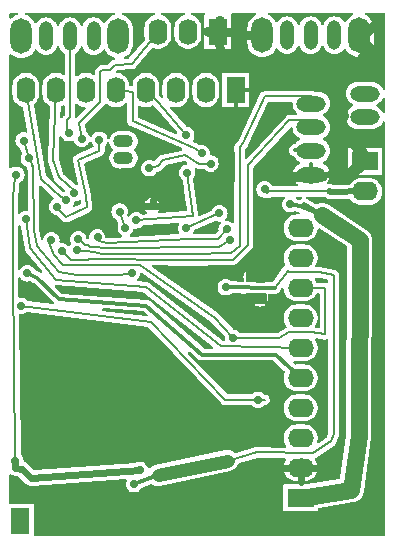
<source format=gbl>
G04 --- HEADER BEGIN --- *
%TF.GenerationSoftware,LibrePCB,LibrePCB,0.1.3*%
%TF.CreationDate,2020-05-24T18:28:55*%
%TF.ProjectId,SprigZero - default,93c98233-4b04-4051-a125-04f829bd9155,v1*%
%TF.Part,Single*%
%FSLAX66Y66*%
%MOMM*%
G01*
G74*
G04 --- HEADER END --- *
G04 --- APERTURE LIST BEGIN --- *
%ADD10O,2.5X1.3*%
%ADD11O,1.7X1.1*%
%ADD12O,2.19X1.587*%
%ADD13R,2.19X1.587*%
%ADD14R,1.587X2.19*%
%ADD15O,1.587X2.19*%
%ADD16O,1.2X2.5*%
%ADD17O,1.8X3.0*%
%ADD18C,0.7*%
%ADD19C,1.0*%
%ADD20C,0.2*%
%ADD21C,0.3*%
%ADD22C,1.1*%
%ADD23C,0.6*%
%ADD24C,1.4*%
%ADD25C,0.8*%
%ADD26C,0.5*%
%ADD27C,0.0*%
G04 --- APERTURE LIST END --- *
G04 --- BOARD BEGIN --- *
D10*
X27937500Y77796875D03*
X27937500Y75796875D03*
D11*
X7506250Y73746875D03*
X7506250Y72346875D03*
D12*
X27968750Y69511250D03*
D13*
X27968750Y72051250D03*
D14*
X15508750Y83046875D03*
D15*
X10428750Y83046875D03*
X12968750Y83046875D03*
X11948750Y78105000D03*
X9408750Y78105000D03*
X4328750Y78105000D03*
X14488750Y78105000D03*
X1788750Y78105000D03*
D14*
X17028750Y78105000D03*
D15*
X6868750Y78105000D03*
X-751250Y78105000D03*
D14*
X-1231250Y41575000D03*
D16*
X4975350Y82656250D03*
D17*
X7070850Y82656250D03*
X-1133350Y82656250D03*
D16*
X2968750Y82656250D03*
X962150Y82656250D03*
D10*
X23423750Y76949375D03*
X23423750Y72949375D03*
X23423750Y70949375D03*
X23423750Y74949375D03*
D16*
X21352775Y82734375D03*
D17*
X19257275Y82734375D03*
X27461475Y82734375D03*
D16*
X23359375Y82734375D03*
X25365975Y82734375D03*
D12*
X22500000Y53730000D03*
X22500000Y63890000D03*
X22500000Y61350000D03*
X22500000Y56270000D03*
X22500000Y58810000D03*
X22500000Y51190000D03*
X22500000Y66430000D03*
X22500000Y46110000D03*
D13*
X22500000Y43570000D03*
D12*
X22500000Y48650000D03*
D18*
X16250000Y66328125D03*
X3359375Y69375000D03*
X5312500Y65625000D03*
X9687500Y71484375D03*
X14921875Y71875000D03*
X16328125Y46718750D03*
X16171875Y61406250D03*
X8398437Y44726561D03*
X2890625Y74453125D03*
X14140625Y72734374D03*
X-640625Y62578125D03*
X3554688Y64531251D03*
X-1640625Y46718750D03*
X8906250Y45937500D03*
X-1562500Y70937500D03*
X21640625Y68437500D03*
X15625000Y67656250D03*
X12812500Y66406250D03*
X1406250Y65390625D03*
X16796875Y57109375D03*
X16406250Y71875000D03*
X12812500Y74296875D03*
X19453125Y69687500D03*
X-781250Y67156250D03*
X2265625Y64453125D03*
X3984375Y73984375D03*
X9921875Y68281250D03*
X7656250Y66445312D03*
X7187500Y67812500D03*
X7265625Y70468750D03*
X18359375Y62265625D03*
X12890625Y71093750D03*
X8593750Y67070314D03*
X16562500Y65390625D03*
X2656250Y68750000D03*
X3671875Y65468750D03*
X1906250Y68218750D03*
X5468750Y73906250D03*
X-937500Y73828125D03*
X8203125Y62578125D03*
X-507811Y72304685D03*
X19062500Y60468750D03*
X-1171875Y59843750D03*
X18906250Y51875000D03*
X11953125Y69062500D03*
X6328125Y65937500D03*
D19*
X27656250Y72968750D02*
X26953125Y73671875D01*
X27948750Y71973125D02*
X26562500Y70937500D01*
X27714375Y71895000D02*
X27812500Y71796875D01*
X27968750Y72051250D02*
X27714375Y71895000D01*
X27968750Y72051250D02*
X27656250Y72968750D01*
X27968750Y72051250D02*
X27948750Y71973125D01*
D20*
X5312500Y65625000D02*
X5468750Y65312500D01*
X5468750Y65312500D02*
X6093750Y65156250D01*
X3515625Y69453125D02*
X3359375Y69375000D01*
X1554375Y72195625D02*
X2031250Y70703125D01*
X2031250Y70703125D02*
X3515625Y69453125D01*
X6093750Y65156250D02*
X13125000Y65468750D01*
X13125000Y65468750D02*
X15546875Y65468750D01*
X1788750Y78105000D02*
X1554375Y72195625D01*
X15546875Y65468750D02*
X16250000Y66328125D01*
D21*
X17028750Y76169375D02*
X17578125Y76015625D01*
X19120625Y78105000D02*
X19296875Y78125000D01*
X17028750Y78105000D02*
X19120625Y78105000D01*
X17028750Y78105000D02*
X17028750Y76169375D01*
D20*
X12734375Y72578125D02*
X13906250Y71875000D01*
D21*
X16171875Y61406250D02*
X20312500Y61328125D01*
D20*
X24062500Y62656250D02*
X25312500Y62421875D01*
X18828125Y47421875D02*
X16328125Y46718750D01*
X21406250Y62812500D02*
X21562500Y62656250D01*
X25312500Y62421875D02*
X25312500Y48984375D01*
D21*
X23423750Y72949375D02*
X22011875Y73027500D01*
D20*
X13906250Y71875000D02*
X14921875Y71875000D01*
D22*
X10390625Y45468750D02*
X16328125Y46718750D01*
D20*
X20312500Y61328125D02*
X21406250Y62812500D01*
X10390625Y71640625D02*
X10859375Y72187500D01*
D21*
X10390625Y45468750D02*
X8398437Y44726561D01*
D20*
X25312500Y48984375D02*
X25078125Y48359375D01*
X21562500Y62656250D02*
X24062500Y62656250D01*
X25078125Y48359375D02*
X23593750Y47343750D01*
X9687500Y71484375D02*
X10390625Y71640625D01*
X23593750Y47343750D02*
X18828125Y47421875D01*
X10859375Y72187500D02*
X12734375Y72578125D01*
D19*
X26078125Y75875000D02*
X26015625Y75937500D01*
D20*
X2968750Y75781250D02*
X2734375Y75546875D01*
X2968750Y82656250D02*
X2968750Y75781250D01*
X2734375Y75546875D02*
X2734375Y74687500D01*
X2734375Y74687500D02*
X2890625Y74453125D01*
X13437500Y73203125D02*
X8281250Y75468750D01*
X8281250Y77968750D02*
X6868750Y78105000D01*
X8281250Y75468750D02*
X8281250Y77968750D01*
X14140625Y72734374D02*
X13437500Y73203125D01*
X5703125Y64218750D02*
X13125000Y64218750D01*
D21*
X14140625Y55703125D02*
X20390625Y55703125D01*
D20*
X16640625Y64296875D02*
X17343750Y64921875D01*
D21*
X22500000Y53730000D02*
X20390625Y55703125D01*
D20*
X23423750Y76949375D02*
X23437500Y77578125D01*
D21*
X187500Y62218750D02*
X2031250Y60390625D01*
D20*
X19453125Y77578125D02*
X23437500Y77578125D01*
X3554688Y64531251D02*
X5000000Y64375000D01*
X17343750Y73281250D02*
X17656250Y73593750D01*
X17656250Y73593750D02*
X19453125Y77578125D01*
D21*
X2031250Y60390625D02*
X9453125Y59843750D01*
D20*
X17343750Y64921875D02*
X17343750Y73281250D01*
D21*
X9453125Y59843750D02*
X14140625Y55703125D01*
X-640625Y62578125D02*
X187500Y62218750D01*
D20*
X5000000Y64375000D02*
X5703125Y64218750D01*
X13125000Y64218750D02*
X16640625Y64296875D01*
X-1875000Y63125000D02*
X-1875000Y68281250D01*
D23*
X-1093750Y46015625D02*
X-1640625Y46093750D01*
D20*
X-1796875Y70156250D02*
X-1875000Y68750000D01*
X-1640625Y46718750D02*
X-1875000Y63125000D01*
D23*
X-312500Y45234375D02*
X-1093750Y46015625D01*
X-1640625Y46093750D02*
X-1640625Y46718750D01*
D20*
X-1796875Y70156250D02*
X-1562500Y70937500D01*
X-1875000Y68281250D02*
X-1875000Y68750000D01*
X-1796875Y70156250D02*
X-1796875Y70312500D01*
D23*
X8906250Y45937500D02*
X-312500Y45234375D01*
D21*
X24296875Y67500000D02*
X22421875Y68281250D01*
D24*
X27500000Y65390625D02*
X24296875Y67500000D01*
X27421875Y48828125D02*
X27500000Y65390625D01*
X22500000Y43570000D02*
X26796875Y44218750D01*
D20*
X12812500Y66406250D02*
X15625000Y67656250D01*
D24*
X26796875Y44218750D02*
X27421875Y48828125D01*
D21*
X22421875Y68281250D02*
X21640625Y68437500D01*
X24296875Y67500000D02*
X22812500Y68437500D01*
D20*
X15234375Y58828125D02*
X8906250Y63281250D01*
X16796875Y57109375D02*
X15234375Y58828125D01*
X23359375Y57578125D02*
X21562500Y57578125D01*
X24609375Y57421875D02*
X23359375Y57578125D01*
X24609375Y61328125D02*
X24609375Y57421875D01*
X20703125Y57109375D02*
X16796875Y57109375D01*
X1406250Y65390625D02*
X1250000Y65468750D01*
X2421875Y63281250D02*
X1640625Y64140625D01*
X21562500Y57578125D02*
X20703125Y57109375D01*
X1250000Y65468750D02*
X1171875Y65156250D01*
X1640625Y64140625D02*
X1171875Y65156250D01*
X22500000Y61350000D02*
X24609375Y61328125D01*
X8906250Y63281250D02*
X2421875Y63281250D01*
D25*
X15665000Y84022500D02*
X15625000Y84062500D01*
X14687500Y83046875D02*
X14609375Y83125000D01*
X15508750Y83046875D02*
X15665000Y81444375D01*
X15508750Y83046875D02*
X17265625Y83046875D01*
X15508750Y83046875D02*
X14687500Y83046875D01*
X15665000Y81444375D02*
X15781250Y80546875D01*
X17265625Y83046875D02*
X17421875Y82109375D01*
X15508750Y83046875D02*
X15665000Y84022500D01*
D23*
X23423750Y70949375D02*
X21785000Y70949375D01*
D21*
X23423750Y71810625D02*
X23359375Y71875000D01*
X22433759Y70988429D02*
X20703137Y70664051D01*
X23423750Y70949375D02*
X22433759Y70988429D01*
D26*
X24855625Y70949375D02*
X25390625Y71250000D01*
X23423750Y70949375D02*
X24855625Y70949375D01*
D21*
X24597500Y70558750D02*
X23281250Y70312500D01*
X23033125Y70482500D02*
X21171875Y70468750D01*
X23423750Y70949375D02*
X23423750Y71810625D01*
X23423750Y70949375D02*
X24597500Y70558750D01*
X23423750Y70949375D02*
X23033125Y70482500D01*
D23*
X21785000Y70949375D02*
X19765625Y71093750D01*
D20*
X12812500Y74296875D02*
X10390625Y77109375D01*
X10390625Y77109375D02*
X9408750Y78105000D01*
X24921875Y69531250D02*
X19687500Y69531250D01*
D26*
X25098125Y69433125D02*
X24921875Y69531250D01*
X19687500Y69531250D02*
X19453125Y69687500D01*
X27968750Y69511250D02*
X25098125Y69433125D01*
D20*
X15761250Y56426250D02*
X9375000Y61406250D01*
X1796875Y62031250D02*
X-390625Y64687500D01*
X9375000Y61406250D02*
X1796875Y62031250D01*
X-390625Y64687500D02*
X-781250Y67156250D01*
X22500000Y56270000D02*
X15761250Y56426250D01*
D25*
X17890625Y82734375D02*
X17812500Y82656250D01*
X19257275Y82734375D02*
X17890625Y82734375D01*
D20*
X18046875Y65000000D02*
X18046875Y71718750D01*
X12578125Y63671875D02*
X16796875Y63750000D01*
X18046875Y71718750D02*
X21562500Y75546875D01*
X3046875Y63750000D02*
X4453125Y63750000D01*
X4453125Y63750000D02*
X4687500Y63828125D01*
X16796875Y63750000D02*
X18046875Y65000000D01*
X23423750Y74949375D02*
X23515625Y75546875D01*
X12578125Y63671875D02*
X4687500Y63828125D01*
X2265625Y64453125D02*
X3046875Y63750000D01*
X12578125Y63671875D02*
X12734375Y63750000D01*
X21562500Y75546875D02*
X23515625Y75546875D01*
X5546875Y79609375D02*
X5703125Y79765625D01*
X6328125Y79765625D02*
X6796875Y80234375D01*
X10428750Y83046875D02*
X8203125Y80312500D01*
X5546875Y77109375D02*
X5546875Y79609375D01*
X6796875Y80234375D02*
X8203125Y80312500D01*
X3750000Y75312500D02*
X5546875Y77109375D01*
X3984375Y73984375D02*
X3750000Y75312500D01*
X5703125Y79765625D02*
X6328125Y79765625D01*
D23*
X9921875Y68281250D02*
X11093750Y68203125D01*
X9921875Y68281250D02*
X10078125Y69062500D01*
X9921875Y68281250D02*
X9140625Y68281250D01*
D20*
X7656250Y66445312D02*
X7187500Y67812500D01*
D23*
X22500000Y46110000D02*
X24156875Y46110000D01*
X24156875Y46110000D02*
X24218750Y46171875D01*
X20686875Y46110000D02*
X20546875Y46250000D01*
X22500000Y46110000D02*
X22500000Y46718750D01*
X22500000Y46110000D02*
X22500000Y44921875D01*
X22500000Y46110000D02*
X20686875Y46110000D01*
X7187500Y70468750D02*
X7187500Y70937500D01*
X7421875Y71015625D02*
X7656250Y70781250D01*
X6796875Y70468750D02*
X7187500Y70468750D01*
X7109375Y71015625D02*
X7421875Y71015625D01*
X7500000Y70078125D02*
X7109375Y70078125D01*
X7656250Y70546875D02*
X7812500Y70390625D01*
X7187500Y70468750D02*
X6953125Y70468750D01*
X7812500Y70390625D02*
X7500000Y70078125D01*
X7187500Y70937500D02*
X7109375Y71015625D01*
X6953125Y70468750D02*
X6640625Y70781250D01*
X6796875Y70468750D02*
X7187500Y70468750D01*
X6796875Y70468750D02*
X6796875Y70078125D01*
X6796875Y70078125D02*
X7109375Y70078125D01*
X7812500Y69609375D02*
X7187500Y70468750D01*
X7265625Y70468750D02*
X7187500Y70468750D01*
X7656250Y70781250D02*
X7656250Y70546875D01*
D20*
X8593750Y67070314D02*
X13398439Y67421875D01*
X13398439Y67421875D02*
X12890625Y71093750D01*
X4531250Y65000000D02*
X4687500Y64843750D01*
X4218750Y65000000D02*
X4531250Y65000000D01*
X4687500Y64843750D02*
X5468750Y64843750D01*
X3750000Y65468750D02*
X4218750Y65000000D01*
X498750Y70595000D02*
X2187500Y69062500D01*
X-751250Y78105000D02*
X498750Y70595000D01*
X2343750Y69062500D02*
X2656250Y68750000D01*
X5625000Y64687500D02*
X15625000Y64843750D01*
X3671875Y65468750D02*
X3750000Y65468750D01*
X5468750Y64843750D02*
X5625000Y64687500D01*
X2187500Y69062500D02*
X2343750Y69062500D01*
X16562500Y65390625D02*
X15625000Y64843750D01*
X5468750Y73906250D02*
X5468750Y72968750D01*
X3671875Y72187500D02*
X4312500Y69125000D01*
X1906250Y68218750D02*
X2031250Y67968750D01*
X5468750Y72968750D02*
X3671875Y72187500D01*
X4312500Y69125000D02*
X4437500Y68218750D01*
X4437500Y68218750D02*
X2656250Y67343750D01*
X2656250Y67343750D02*
X2031250Y67968750D01*
X-234374Y71875002D02*
X-117188Y71562500D01*
X156250Y64921875D02*
X2031250Y62656250D01*
X8203125Y62578125D02*
X7187500Y62421875D01*
X-117188Y71562500D02*
X-234376Y71640624D01*
X-78125Y66250000D02*
X156250Y64921875D01*
X-117188Y71562500D02*
X-78125Y66250000D01*
X-937500Y73828125D02*
X-507811Y72304685D01*
X-507811Y72304685D02*
X-234374Y71875002D01*
X3593750Y62421875D02*
X2031250Y62656250D01*
X7187500Y62421875D02*
X3593750Y62421875D01*
D25*
X27890625Y82187500D02*
X27890625Y81093750D01*
X27890625Y82187500D02*
X28750000Y81328125D01*
X27890625Y82734375D02*
X27890625Y82187500D01*
X27461475Y82734375D02*
X27890625Y82734375D01*
X27890625Y82734375D02*
X28828125Y83671875D01*
X27890625Y81093750D02*
X27578125Y80781250D01*
D20*
X19453125Y51875000D02*
X18906250Y51875000D01*
X9843750Y58437500D02*
X16093750Y51875000D01*
X-1171875Y59843750D02*
X9843750Y58437500D01*
X16093750Y51875000D02*
X19453125Y51875000D01*
D24*
X11953125Y69062500D02*
X11875000Y69531250D01*
D23*
X6796875Y65937500D02*
X6406250Y65937500D01*
X6406250Y65937500D02*
X6406250Y66875000D01*
X6328125Y65937500D02*
X5937500Y66328125D01*
X6796875Y65937500D02*
X6718750Y66250000D01*
X6796875Y65937500D02*
X6406250Y65937500D01*
X6328125Y65937500D02*
X6328125Y66562500D01*
X6328125Y65937500D02*
X6406250Y65937500D01*
D27*
G36*
X8144153Y69709701D02*
X8182616Y69758900D01*
X8187702Y69805746D01*
X7980797Y71392012D01*
X7953787Y71448319D01*
X7875765Y71478905D01*
X6726178Y71411283D01*
X6668098Y71388333D01*
X6632500Y71320937D01*
X6494338Y69870232D01*
X6508126Y69809323D01*
X6555360Y69768471D01*
X6589347Y69760854D01*
X8084001Y69692915D01*
X8144153Y69709701D01*
G37*
G36*
X16895772Y70291180D02*
X16936295Y70338697D01*
X16943750Y70376583D01*
X16943750Y72775981D01*
X16924250Y72835308D01*
X16852413Y72875605D01*
X15853328Y72962482D01*
X15792534Y72948195D01*
X15752750Y72902250D01*
X15484955Y72277395D01*
X15479509Y72215183D01*
X15491701Y72187676D01*
X15491176Y72187400D01*
X15499563Y72171421D01*
X15550845Y72036203D01*
X15553715Y72024557D01*
X15571146Y71881004D01*
X15571146Y71868996D01*
X15553715Y71725442D01*
X15550845Y71713796D01*
X15499564Y71578580D01*
X15493986Y71567953D01*
X15411841Y71448946D01*
X15403882Y71439962D01*
X15295644Y71344071D01*
X15285761Y71337249D01*
X15204494Y71294597D01*
X15161024Y71249760D01*
X15161523Y71161330D01*
X15521885Y70440605D01*
X15565859Y70396261D01*
X15602539Y70385713D01*
X16834961Y70276970D01*
X16895772Y70291180D01*
G37*
G36*
X19524189Y61812581D02*
X19561333Y61862784D01*
X19566188Y61900556D01*
X19459101Y63578245D01*
X19435861Y63636210D01*
X19359304Y63671875D01*
X17988520Y63671875D01*
X17929193Y63652375D01*
X17888543Y63574002D01*
X17853454Y61924859D01*
X17871687Y61865130D01*
X17951545Y61822750D01*
X19464505Y61794204D01*
X19524189Y61812581D01*
G37*
G36*
X19640240Y60019500D02*
X19676430Y60070395D01*
X19680710Y60106370D01*
X19636497Y60799035D01*
X19613257Y60857000D01*
X19538586Y60892647D01*
X17931919Y60922961D01*
X17872235Y60904584D01*
X17830056Y60825106D01*
X17814673Y60102127D01*
X17832906Y60042398D01*
X17883020Y60005134D01*
X17914650Y60000000D01*
X19580913Y60000000D01*
X19640240Y60019500D01*
G37*
G36*
X-2017164Y84147606D02*
X-1979289Y84171350D01*
X-1939919Y84210720D01*
X-1933258Y84216309D01*
X-1761926Y84336277D01*
X-1754395Y84340625D01*
X-1564830Y84429021D01*
X-1556661Y84431994D01*
X-1476747Y84453407D01*
X-1424488Y84487598D01*
X-1402704Y84546125D01*
X-1419891Y84606164D01*
X-1469345Y84644298D01*
X-1502629Y84650000D01*
X-2050000Y84650000D01*
X-2109327Y84630500D01*
X-2150000Y84550000D01*
X-2150000Y84242061D01*
X-2130500Y84182734D01*
X-2079605Y84146544D01*
X-2017164Y84147606D01*
G37*
G36*
X4030891Y83519338D02*
X4067744Y83571166D01*
X4096236Y83665094D01*
X4099981Y83674134D01*
X4183138Y83829711D01*
X4188569Y83837838D01*
X4300477Y83974198D01*
X4307401Y83981122D01*
X4443761Y84093030D01*
X4451888Y84098461D01*
X4607465Y84181618D01*
X4616503Y84185362D01*
X4785312Y84236570D01*
X4794907Y84238478D01*
X4970456Y84255768D01*
X4980244Y84255768D01*
X5155792Y84238478D01*
X5165387Y84236570D01*
X5334196Y84185362D01*
X5343234Y84181618D01*
X5498811Y84098461D01*
X5506938Y84093030D01*
X5643298Y83981122D01*
X5650222Y83974198D01*
X5762130Y83837838D01*
X5767563Y83829707D01*
X5778336Y83809552D01*
X5823500Y83766422D01*
X5885445Y83758497D01*
X5957159Y83814429D01*
X5986474Y83877295D01*
X5990822Y83884826D01*
X6110790Y84056158D01*
X6116379Y84062819D01*
X6264282Y84210722D01*
X6270941Y84216309D01*
X6442272Y84336276D01*
X6449804Y84340625D01*
X6639369Y84429021D01*
X6647538Y84431994D01*
X6727452Y84453407D01*
X6779711Y84487598D01*
X6801495Y84546125D01*
X6784308Y84606164D01*
X6734854Y84644298D01*
X6701570Y84650000D01*
X-764070Y84650000D01*
X-823397Y84630500D01*
X-859587Y84579605D01*
X-858525Y84517164D01*
X-820626Y84467529D01*
X-789952Y84453407D01*
X-710038Y84431994D01*
X-701869Y84429021D01*
X-512304Y84340625D01*
X-504772Y84336276D01*
X-333441Y84216309D01*
X-326782Y84210722D01*
X-178879Y84062819D01*
X-173290Y84056158D01*
X-53322Y83884826D01*
X-48973Y83877293D01*
X-19660Y83814430D01*
X23085Y83768902D01*
X84506Y83757611D01*
X159163Y83809552D01*
X169936Y83829707D01*
X175369Y83837838D01*
X287277Y83974198D01*
X294201Y83981122D01*
X430561Y84093030D01*
X438688Y84098461D01*
X594265Y84181618D01*
X603303Y84185362D01*
X772112Y84236570D01*
X781707Y84238478D01*
X957256Y84255768D01*
X967044Y84255768D01*
X1142592Y84238478D01*
X1152187Y84236570D01*
X1320996Y84185362D01*
X1330034Y84181618D01*
X1485611Y84098461D01*
X1493738Y84093030D01*
X1630098Y83981122D01*
X1637022Y83974198D01*
X1748930Y83837838D01*
X1754361Y83829711D01*
X1837518Y83674134D01*
X1841262Y83665096D01*
X1869756Y83571165D01*
X1905639Y83520053D01*
X1964848Y83500196D01*
X2024291Y83519338D01*
X2061144Y83571166D01*
X2089636Y83665094D01*
X2093381Y83674134D01*
X2176538Y83829711D01*
X2181969Y83837838D01*
X2293877Y83974198D01*
X2300801Y83981122D01*
X2437161Y84093030D01*
X2445288Y84098461D01*
X2600865Y84181618D01*
X2609903Y84185362D01*
X2778712Y84236570D01*
X2788307Y84238478D01*
X2963856Y84255768D01*
X2973644Y84255768D01*
X3149192Y84238478D01*
X3158787Y84236570D01*
X3327596Y84185362D01*
X3336634Y84181618D01*
X3492211Y84098461D01*
X3500338Y84093030D01*
X3636698Y83981122D01*
X3643622Y83974198D01*
X3755530Y83837838D01*
X3760961Y83829711D01*
X3844118Y83674134D01*
X3847862Y83665096D01*
X3876356Y83571165D01*
X3912239Y83520053D01*
X3971448Y83500196D01*
X4030891Y83519338D01*
G37*
G36*
X7935518Y80748326D02*
X8007528Y80785045D01*
X9304834Y82378899D01*
X9327162Y82437221D01*
X9323460Y82469392D01*
X9305985Y82530812D01*
X9304293Y82539862D01*
X9285464Y82743070D01*
X9285250Y82747686D01*
X9285250Y83346064D01*
X9285464Y83350680D01*
X9304293Y83553887D01*
X9305985Y83562936D01*
X9361204Y83757013D01*
X9364526Y83765587D01*
X9454468Y83946217D01*
X9459310Y83954037D01*
X9580908Y84115057D01*
X9587106Y84121857D01*
X9736222Y84257793D01*
X9743568Y84263341D01*
X9915120Y84369562D01*
X9923358Y84373664D01*
X10111499Y84446549D01*
X10120366Y84449072D01*
X10134438Y84451703D01*
X10189172Y84481773D01*
X10215393Y84538451D01*
X10202875Y84599634D01*
X10156500Y84641459D01*
X10116062Y84650000D01*
X7440129Y84650000D01*
X7380802Y84630500D01*
X7344612Y84579605D01*
X7345674Y84517164D01*
X7383573Y84467529D01*
X7414247Y84453407D01*
X7494161Y84431994D01*
X7502330Y84429021D01*
X7691895Y84340625D01*
X7699426Y84336277D01*
X7870758Y84216309D01*
X7877419Y84210720D01*
X8025320Y84062819D01*
X8030909Y84056158D01*
X8150877Y83884826D01*
X8155225Y83877295D01*
X8243621Y83687730D01*
X8246594Y83679561D01*
X8300729Y83477529D01*
X8302240Y83468954D01*
X8320658Y83258440D01*
X8320850Y83254056D01*
X8320850Y82058444D01*
X8320658Y82054060D01*
X8302240Y81843545D01*
X8300729Y81834970D01*
X8246594Y81632938D01*
X8243621Y81624769D01*
X8155225Y81435204D01*
X8150876Y81427672D01*
X8030909Y81256341D01*
X8025322Y81249682D01*
X7877419Y81101779D01*
X7870758Y81096190D01*
X7699426Y80976222D01*
X7691895Y80971874D01*
X7584897Y80921980D01*
X7539369Y80879234D01*
X7528079Y80817813D01*
X7555430Y80761671D01*
X7632706Y80731503D01*
X7935518Y80748326D01*
G37*
G36*
X24421515Y83597463D02*
X24458368Y83649290D01*
X24486862Y83743221D01*
X24490606Y83752259D01*
X24573763Y83907836D01*
X24579194Y83915963D01*
X24691102Y84052323D01*
X24698026Y84059247D01*
X24834386Y84171155D01*
X24842513Y84176586D01*
X24998090Y84259743D01*
X25007128Y84263487D01*
X25175937Y84314695D01*
X25185532Y84316603D01*
X25361081Y84333893D01*
X25370869Y84333893D01*
X25546417Y84316603D01*
X25556012Y84314695D01*
X25724821Y84263487D01*
X25733859Y84259743D01*
X25889436Y84176586D01*
X25897563Y84171155D01*
X26033923Y84059247D01*
X26040847Y84052323D01*
X26152755Y83915963D01*
X26158188Y83907832D01*
X26168961Y83887677D01*
X26214125Y83844547D01*
X26276070Y83836622D01*
X26347784Y83892554D01*
X26377099Y83955420D01*
X26381447Y83962951D01*
X26501415Y84134283D01*
X26507004Y84140944D01*
X26654907Y84288847D01*
X26661566Y84294434D01*
X26832897Y84414401D01*
X26840429Y84418750D01*
X26927537Y84459369D01*
X26973065Y84502115D01*
X26984355Y84563536D01*
X26957003Y84619678D01*
X26885275Y84650000D01*
X19833475Y84650000D01*
X19774148Y84630500D01*
X19737958Y84579605D01*
X19739020Y84517164D01*
X19791213Y84459369D01*
X19878320Y84418750D01*
X19885851Y84414402D01*
X20057183Y84294434D01*
X20063844Y84288845D01*
X20211745Y84140944D01*
X20217334Y84134283D01*
X20337302Y83962951D01*
X20341650Y83955420D01*
X20370965Y83892554D01*
X20413711Y83847026D01*
X20475132Y83835736D01*
X20549788Y83887677D01*
X20560561Y83907832D01*
X20565994Y83915963D01*
X20677902Y84052323D01*
X20684826Y84059247D01*
X20821186Y84171155D01*
X20829313Y84176586D01*
X20984890Y84259743D01*
X20993928Y84263487D01*
X21162737Y84314695D01*
X21172332Y84316603D01*
X21347881Y84333893D01*
X21357669Y84333893D01*
X21533217Y84316603D01*
X21542812Y84314695D01*
X21711621Y84263487D01*
X21720659Y84259743D01*
X21876236Y84176586D01*
X21884363Y84171155D01*
X22020723Y84059247D01*
X22027647Y84052323D01*
X22139555Y83915963D01*
X22144986Y83907836D01*
X22228143Y83752259D01*
X22231888Y83743219D01*
X22260380Y83649291D01*
X22296262Y83598178D01*
X22355471Y83578321D01*
X22414915Y83597463D01*
X22451768Y83649290D01*
X22480262Y83743221D01*
X22484006Y83752259D01*
X22567163Y83907836D01*
X22572594Y83915963D01*
X22684502Y84052323D01*
X22691426Y84059247D01*
X22827786Y84171155D01*
X22835913Y84176586D01*
X22991490Y84259743D01*
X23000528Y84263487D01*
X23169337Y84314695D01*
X23178932Y84316603D01*
X23354481Y84333893D01*
X23364269Y84333893D01*
X23539817Y84316603D01*
X23549412Y84314695D01*
X23718221Y84263487D01*
X23727259Y84259743D01*
X23882836Y84176586D01*
X23890963Y84171155D01*
X24027323Y84059247D01*
X24034247Y84052323D01*
X24146155Y83915963D01*
X24151586Y83907836D01*
X24234743Y83752259D01*
X24238488Y83743219D01*
X24266980Y83649291D01*
X24302862Y83598178D01*
X24362071Y83578321D01*
X24421515Y83597463D01*
G37*
G36*
X29609327Y40369500D02*
X29650000Y40450000D01*
X29650000Y75368087D01*
X29630500Y75427414D01*
X29579605Y75463604D01*
X29517164Y75462542D01*
X29464279Y75412641D01*
X29461379Y75414191D01*
X29371286Y75245638D01*
X29365852Y75237506D01*
X29247723Y75093566D01*
X29240808Y75086651D01*
X29096868Y74968522D01*
X29088736Y74963088D01*
X28924518Y74875312D01*
X28915480Y74871568D01*
X28737288Y74817514D01*
X28727706Y74815608D01*
X28539940Y74797115D01*
X28535043Y74796875D01*
X27339957Y74796875D01*
X27335060Y74797115D01*
X27147293Y74815608D01*
X27137711Y74817514D01*
X26959519Y74871568D01*
X26950481Y74875312D01*
X26786263Y74963088D01*
X26778131Y74968522D01*
X26634191Y75086651D01*
X26627276Y75093566D01*
X26509147Y75237506D01*
X26503713Y75245638D01*
X26415937Y75409856D01*
X26412193Y75418894D01*
X26358139Y75597086D01*
X26356233Y75606668D01*
X26337981Y75791991D01*
X26337981Y75801759D01*
X26356233Y75987081D01*
X26358139Y75996663D01*
X26412193Y76174855D01*
X26415937Y76183893D01*
X26503713Y76348111D01*
X26509147Y76356243D01*
X26627276Y76500183D01*
X26634191Y76507098D01*
X26778131Y76625227D01*
X26786263Y76630661D01*
X26932232Y76708683D01*
X26975362Y76753847D01*
X26983286Y76815792D01*
X26932231Y76885067D01*
X26786267Y76963086D01*
X26778131Y76968522D01*
X26634191Y77086651D01*
X26627276Y77093566D01*
X26509147Y77237506D01*
X26503713Y77245638D01*
X26415937Y77409856D01*
X26412193Y77418894D01*
X26358139Y77597086D01*
X26356233Y77606668D01*
X26337981Y77791991D01*
X26337981Y77801759D01*
X26356233Y77987081D01*
X26358139Y77996663D01*
X26412193Y78174855D01*
X26415937Y78183893D01*
X26503713Y78348111D01*
X26509147Y78356243D01*
X26627276Y78500183D01*
X26634191Y78507098D01*
X26778131Y78625227D01*
X26786263Y78630661D01*
X26950481Y78718437D01*
X26959519Y78722181D01*
X27137707Y78776234D01*
X27147302Y78778142D01*
X27335057Y78796634D01*
X27339950Y78796875D01*
X28535050Y78796875D01*
X28539943Y78796634D01*
X28727697Y78778142D01*
X28737292Y78776234D01*
X28915480Y78722181D01*
X28924518Y78718437D01*
X29088736Y78630661D01*
X29096868Y78625227D01*
X29240808Y78507098D01*
X29247723Y78500183D01*
X29365852Y78356243D01*
X29371286Y78348111D01*
X29461379Y78179558D01*
X29463417Y78180647D01*
X29498323Y78140050D01*
X29559191Y78126085D01*
X29616475Y78150956D01*
X29650000Y78225662D01*
X29650000Y84550000D01*
X29630500Y84609327D01*
X29550000Y84650000D01*
X28037675Y84650000D01*
X27978348Y84630500D01*
X27942158Y84579605D01*
X27943220Y84517164D01*
X27995413Y84459369D01*
X28082520Y84418750D01*
X28090051Y84414402D01*
X28261383Y84294434D01*
X28268044Y84288845D01*
X28415945Y84140944D01*
X28421534Y84134283D01*
X28541502Y83962951D01*
X28545850Y83955420D01*
X28634246Y83765855D01*
X28637219Y83757686D01*
X28691354Y83555654D01*
X28692865Y83547079D01*
X28711283Y83336565D01*
X28711475Y83332181D01*
X28711475Y82136569D01*
X28711283Y82132185D01*
X28692865Y81921670D01*
X28691354Y81913095D01*
X28637219Y81711063D01*
X28634246Y81702894D01*
X28545850Y81513329D01*
X28541501Y81505797D01*
X28421534Y81334466D01*
X28415947Y81327807D01*
X28268044Y81179904D01*
X28261383Y81174315D01*
X28090051Y81054347D01*
X28082520Y81049999D01*
X27892955Y80961603D01*
X27884786Y80958630D01*
X27682752Y80904495D01*
X27674180Y80902984D01*
X27465830Y80884756D01*
X27457120Y80884756D01*
X27248769Y80902984D01*
X27240197Y80904495D01*
X27038163Y80958630D01*
X27029994Y80961603D01*
X26840429Y81049999D01*
X26832897Y81054348D01*
X26661566Y81174315D01*
X26654907Y81179902D01*
X26507002Y81327807D01*
X26501415Y81334466D01*
X26381448Y81505797D01*
X26377099Y81513329D01*
X26347784Y81576195D01*
X26305038Y81621723D01*
X26243617Y81633013D01*
X26168961Y81581072D01*
X26158188Y81560917D01*
X26152755Y81552786D01*
X26040847Y81416426D01*
X26033923Y81409502D01*
X25897563Y81297594D01*
X25889436Y81292163D01*
X25733859Y81209006D01*
X25724821Y81205262D01*
X25556008Y81154053D01*
X25546426Y81152147D01*
X25370859Y81134856D01*
X25361091Y81134856D01*
X25185523Y81152147D01*
X25175941Y81154053D01*
X25007128Y81205262D01*
X24998090Y81209006D01*
X24842513Y81292163D01*
X24834386Y81297594D01*
X24698026Y81409502D01*
X24691102Y81416426D01*
X24579194Y81552786D01*
X24573763Y81560913D01*
X24490606Y81716490D01*
X24486861Y81725530D01*
X24458369Y81819458D01*
X24422487Y81870571D01*
X24363278Y81890428D01*
X24303834Y81871286D01*
X24266981Y81819459D01*
X24238487Y81725528D01*
X24234743Y81716490D01*
X24151586Y81560913D01*
X24146155Y81552786D01*
X24034247Y81416426D01*
X24027323Y81409502D01*
X23890963Y81297594D01*
X23882836Y81292163D01*
X23727259Y81209006D01*
X23718221Y81205262D01*
X23549408Y81154053D01*
X23539826Y81152147D01*
X23364259Y81134856D01*
X23354491Y81134856D01*
X23178923Y81152147D01*
X23169341Y81154053D01*
X23000528Y81205262D01*
X22991490Y81209006D01*
X22835913Y81292163D01*
X22827786Y81297594D01*
X22691426Y81409502D01*
X22684502Y81416426D01*
X22572594Y81552786D01*
X22567163Y81560913D01*
X22484006Y81716490D01*
X22480261Y81725530D01*
X22451769Y81819458D01*
X22415887Y81870571D01*
X22356678Y81890428D01*
X22297234Y81871286D01*
X22260381Y81819459D01*
X22231887Y81725528D01*
X22228143Y81716490D01*
X22144986Y81560913D01*
X22139555Y81552786D01*
X22027647Y81416426D01*
X22020723Y81409502D01*
X21884363Y81297594D01*
X21876236Y81292163D01*
X21720659Y81209006D01*
X21711621Y81205262D01*
X21542808Y81154053D01*
X21533226Y81152147D01*
X21357659Y81134856D01*
X21347891Y81134856D01*
X21172323Y81152147D01*
X21162741Y81154053D01*
X20993928Y81205262D01*
X20984890Y81209006D01*
X20829313Y81292163D01*
X20821186Y81297594D01*
X20684826Y81409502D01*
X20677902Y81416426D01*
X20565994Y81552786D01*
X20560561Y81560917D01*
X20549788Y81581072D01*
X20504624Y81624202D01*
X20442679Y81632127D01*
X20370965Y81576195D01*
X20341650Y81513329D01*
X20337301Y81505797D01*
X20217334Y81334466D01*
X20211747Y81327807D01*
X20063844Y81179904D01*
X20057183Y81174315D01*
X19885851Y81054347D01*
X19878320Y81049999D01*
X19688755Y80961603D01*
X19680586Y80958630D01*
X19478552Y80904495D01*
X19469980Y80902984D01*
X19261630Y80884756D01*
X19252920Y80884756D01*
X19044569Y80902984D01*
X19035997Y80904495D01*
X18833963Y80958630D01*
X18825794Y80961603D01*
X18636229Y81049999D01*
X18628697Y81054348D01*
X18457366Y81174315D01*
X18450707Y81179902D01*
X18302802Y81327807D01*
X18297215Y81334466D01*
X18177248Y81505797D01*
X18172899Y81513329D01*
X18084503Y81702894D01*
X18081530Y81711063D01*
X18027395Y81913097D01*
X18025884Y81921669D01*
X18007467Y82132183D01*
X18007275Y82136570D01*
X18007275Y83332180D01*
X18007467Y83336567D01*
X18025884Y83547080D01*
X18027395Y83555652D01*
X18081530Y83757686D01*
X18084503Y83765855D01*
X18172899Y83955420D01*
X18177247Y83962951D01*
X18297215Y84134283D01*
X18302804Y84140944D01*
X18450707Y84288847D01*
X18457366Y84294434D01*
X18628697Y84414401D01*
X18636229Y84418750D01*
X18723337Y84459369D01*
X18768865Y84502115D01*
X18780155Y84563536D01*
X18752803Y84619678D01*
X18681075Y84650000D01*
X16722882Y84650000D01*
X16663555Y84630500D01*
X16627365Y84579605D01*
X16633628Y84504904D01*
X16652250Y84468047D01*
X16652250Y81617888D01*
X16650684Y81613123D01*
X16628422Y81601875D01*
X14381263Y81601875D01*
X14376498Y81603441D01*
X14365250Y81625703D01*
X14365250Y84475862D01*
X14379355Y84518775D01*
X14379355Y84581225D01*
X14342305Y84631497D01*
X14284355Y84650000D01*
X13281437Y84650000D01*
X13222110Y84630500D01*
X13185920Y84579605D01*
X13186982Y84517164D01*
X13224881Y84467529D01*
X13263061Y84451703D01*
X13277133Y84449072D01*
X13286000Y84446549D01*
X13474141Y84373664D01*
X13482379Y84369562D01*
X13653931Y84263341D01*
X13661277Y84257793D01*
X13810393Y84121857D01*
X13816591Y84115057D01*
X13938189Y83954037D01*
X13943031Y83946217D01*
X14032973Y83765587D01*
X14036295Y83757013D01*
X14091514Y83562936D01*
X14093206Y83553887D01*
X14112036Y83350680D01*
X14112250Y83346064D01*
X14112250Y82747686D01*
X14112036Y82743070D01*
X14093206Y82539862D01*
X14091514Y82530813D01*
X14036295Y82336736D01*
X14032973Y82328162D01*
X13943031Y82147532D01*
X13938189Y82139712D01*
X13816591Y81978692D01*
X13810393Y81971892D01*
X13661277Y81835956D01*
X13653931Y81830408D01*
X13482379Y81724187D01*
X13474141Y81720085D01*
X13286000Y81647200D01*
X13277132Y81644676D01*
X13078802Y81607601D01*
X13069637Y81606752D01*
X12867862Y81606752D01*
X12858697Y81607601D01*
X12660367Y81644676D01*
X12651499Y81647200D01*
X12463358Y81720085D01*
X12455120Y81724187D01*
X12283568Y81830408D01*
X12276222Y81835956D01*
X12127106Y81971892D01*
X12120908Y81978692D01*
X11999310Y82139712D01*
X11994468Y82147532D01*
X11904526Y82328162D01*
X11901204Y82336736D01*
X11845985Y82530813D01*
X11844293Y82539862D01*
X11825464Y82743070D01*
X11825250Y82747686D01*
X11825250Y83346064D01*
X11825464Y83350680D01*
X11844293Y83553887D01*
X11845985Y83562936D01*
X11901204Y83757013D01*
X11904526Y83765587D01*
X11994468Y83946217D01*
X11999310Y83954037D01*
X12120908Y84115057D01*
X12127106Y84121857D01*
X12276222Y84257793D01*
X12283568Y84263341D01*
X12455120Y84369562D01*
X12463358Y84373664D01*
X12651499Y84446549D01*
X12660366Y84449072D01*
X12674438Y84451703D01*
X12729172Y84481773D01*
X12755393Y84538451D01*
X12742875Y84599634D01*
X12696500Y84641459D01*
X12656062Y84650000D01*
X10741437Y84650000D01*
X10682110Y84630500D01*
X10645920Y84579605D01*
X10646982Y84517164D01*
X10684881Y84467529D01*
X10723061Y84451703D01*
X10737133Y84449072D01*
X10746000Y84446549D01*
X10934141Y84373664D01*
X10942379Y84369562D01*
X11113931Y84263341D01*
X11121277Y84257793D01*
X11270393Y84121857D01*
X11276591Y84115057D01*
X11398189Y83954037D01*
X11403031Y83946217D01*
X11492973Y83765587D01*
X11496295Y83757013D01*
X11551514Y83562936D01*
X11553206Y83553887D01*
X11572036Y83350680D01*
X11572250Y83346064D01*
X11572250Y82747686D01*
X11572036Y82743070D01*
X11553206Y82539862D01*
X11551514Y82530813D01*
X11496295Y82336736D01*
X11492973Y82328162D01*
X11403031Y82147532D01*
X11398189Y82139712D01*
X11276591Y81978692D01*
X11270393Y81971892D01*
X11121277Y81835956D01*
X11113931Y81830408D01*
X10942379Y81724187D01*
X10934141Y81720085D01*
X10746000Y81647200D01*
X10737132Y81644676D01*
X10538802Y81607601D01*
X10529637Y81606752D01*
X10327862Y81606752D01*
X10318697Y81607601D01*
X10120367Y81644676D01*
X10111499Y81647200D01*
X9995467Y81692150D01*
X9933101Y81695398D01*
X9881786Y81662030D01*
X8554379Y80031193D01*
X8549509Y80026013D01*
X8509939Y79989532D01*
X8508145Y79987836D01*
X8472178Y79952995D01*
X8468257Y79950156D01*
X8466456Y79948682D01*
X8462909Y79946245D01*
X8460892Y79944822D01*
X8457507Y79942371D01*
X8455563Y79941198D01*
X8451549Y79938440D01*
X8406515Y79916172D01*
X8404316Y79915051D01*
X8359984Y79891751D01*
X8355428Y79890134D01*
X8353312Y79889239D01*
X8349225Y79887901D01*
X8346891Y79887105D01*
X8342903Y79885689D01*
X8340713Y79885113D01*
X8336104Y79883604D01*
X8286666Y79874934D01*
X8284237Y79874477D01*
X8231589Y79863897D01*
X8224516Y79862995D01*
X7031648Y79796724D01*
X6966484Y79767589D01*
X6913780Y79714885D01*
X6885618Y79659145D01*
X6896016Y79597567D01*
X6940920Y79554166D01*
X6975258Y79544601D01*
X6978804Y79544272D01*
X7177132Y79507198D01*
X7186000Y79504674D01*
X7374141Y79431789D01*
X7382379Y79427687D01*
X7553931Y79321466D01*
X7561277Y79315918D01*
X7710393Y79179982D01*
X7716591Y79173182D01*
X7838189Y79012162D01*
X7843031Y79004342D01*
X7932973Y78823712D01*
X7936295Y78815138D01*
X7991514Y78621061D01*
X7993206Y78612012D01*
X8000850Y78529517D01*
X8025740Y78472242D01*
X8090822Y78439206D01*
X8166796Y78431878D01*
X8227722Y78445592D01*
X8275970Y78522189D01*
X8284293Y78612013D01*
X8285984Y78621060D01*
X8341204Y78815138D01*
X8344526Y78823712D01*
X8434468Y79004342D01*
X8439310Y79012162D01*
X8560908Y79173182D01*
X8567106Y79179982D01*
X8716222Y79315918D01*
X8723568Y79321466D01*
X8895120Y79427687D01*
X8903358Y79431789D01*
X9091499Y79504674D01*
X9100367Y79507198D01*
X9298697Y79544273D01*
X9307862Y79545122D01*
X9509637Y79545122D01*
X9518802Y79544273D01*
X9717132Y79507198D01*
X9726000Y79504674D01*
X9914141Y79431789D01*
X9922379Y79427687D01*
X10093931Y79321466D01*
X10101277Y79315918D01*
X10250393Y79179982D01*
X10256591Y79173182D01*
X10378189Y79012162D01*
X10383031Y79004342D01*
X10472973Y78823712D01*
X10476295Y78815138D01*
X10531514Y78621061D01*
X10533206Y78612012D01*
X10552036Y78408805D01*
X10552250Y78404189D01*
X10552250Y77805811D01*
X10552036Y77801195D01*
X10538149Y77651326D01*
X10566521Y77571882D01*
X10663736Y77473305D01*
X10719278Y77444756D01*
X10780927Y77454725D01*
X10824640Y77499325D01*
X10831120Y77570888D01*
X10825985Y77588937D01*
X10824293Y77597987D01*
X10805464Y77801195D01*
X10805250Y77805811D01*
X10805250Y78404189D01*
X10805464Y78408805D01*
X10824293Y78612012D01*
X10825985Y78621061D01*
X10881204Y78815138D01*
X10884526Y78823712D01*
X10974468Y79004342D01*
X10979310Y79012162D01*
X11100908Y79173182D01*
X11107106Y79179982D01*
X11256222Y79315918D01*
X11263568Y79321466D01*
X11435120Y79427687D01*
X11443358Y79431789D01*
X11631499Y79504674D01*
X11640367Y79507198D01*
X11838697Y79544273D01*
X11847862Y79545122D01*
X12049637Y79545122D01*
X12058802Y79544273D01*
X12257132Y79507198D01*
X12266000Y79504674D01*
X12454141Y79431789D01*
X12462379Y79427687D01*
X12633931Y79321466D01*
X12641277Y79315918D01*
X12790393Y79179982D01*
X12796591Y79173182D01*
X12918189Y79012162D01*
X12923031Y79004342D01*
X13012973Y78823712D01*
X13016295Y78815138D01*
X13071514Y78621061D01*
X13073206Y78612012D01*
X13092036Y78408805D01*
X13092250Y78404189D01*
X13092250Y77805811D01*
X13092036Y77801195D01*
X13073206Y77597987D01*
X13071514Y77588938D01*
X13016295Y77394861D01*
X13012973Y77386287D01*
X12923031Y77205657D01*
X12918189Y77197837D01*
X12796591Y77036817D01*
X12790393Y77030017D01*
X12641277Y76894081D01*
X12633931Y76888533D01*
X12462379Y76782312D01*
X12454141Y76778210D01*
X12266000Y76705325D01*
X12257132Y76702801D01*
X12058802Y76665726D01*
X12049637Y76664877D01*
X11847862Y76664877D01*
X11838697Y76665726D01*
X11640367Y76702801D01*
X11631499Y76705324D01*
X11555409Y76734802D01*
X11493044Y76738051D01*
X11440912Y76703666D01*
X11419346Y76645058D01*
X11443508Y76576303D01*
X12777013Y75027716D01*
X12841593Y74993597D01*
X12962678Y74979953D01*
X12973570Y74977467D01*
X13110919Y74929407D01*
X13120972Y74924566D01*
X13244182Y74847148D01*
X13252914Y74840185D01*
X13355810Y74737289D01*
X13362773Y74728557D01*
X13440191Y74605347D01*
X13445032Y74595294D01*
X13493092Y74457945D01*
X13495578Y74447053D01*
X13511871Y74302457D01*
X13511871Y74291293D01*
X13495578Y74146696D01*
X13493092Y74135804D01*
X13445032Y73998455D01*
X13440191Y73988402D01*
X13362771Y73865190D01*
X13362487Y73864833D01*
X13362400Y73864598D01*
X13359782Y73860432D01*
X13360650Y73859887D01*
X13340742Y73806291D01*
X13357970Y73746264D01*
X13400442Y73710932D01*
X13615255Y73616544D01*
X13621556Y73613220D01*
X13647036Y73597359D01*
X13656820Y73592001D01*
X13683899Y73579081D01*
X13690086Y73575566D01*
X13907584Y73430567D01*
X13985311Y73416280D01*
X13990447Y73417453D01*
X14135043Y73433745D01*
X14146207Y73433745D01*
X14290803Y73417452D01*
X14301695Y73414966D01*
X14387862Y73384815D01*
X14387862Y76664877D01*
X14378697Y76665726D01*
X14180367Y76702801D01*
X14171499Y76705325D01*
X13983358Y76778210D01*
X13975120Y76782312D01*
X13803568Y76888533D01*
X13796222Y76894081D01*
X13647106Y77030017D01*
X13640908Y77036817D01*
X13519310Y77197837D01*
X13514468Y77205657D01*
X13424526Y77386287D01*
X13421204Y77394861D01*
X13365985Y77588938D01*
X13364293Y77597987D01*
X13345464Y77801195D01*
X13345250Y77805811D01*
X13345250Y78404189D01*
X13345464Y78408805D01*
X13364293Y78612012D01*
X13365985Y78621061D01*
X13421204Y78815138D01*
X13424526Y78823712D01*
X13514468Y79004342D01*
X13519310Y79012162D01*
X13640908Y79173182D01*
X13647106Y79179982D01*
X13796222Y79315918D01*
X13803568Y79321466D01*
X13975120Y79427687D01*
X13983358Y79431789D01*
X14171499Y79504674D01*
X14180367Y79507198D01*
X14378697Y79544273D01*
X14387862Y79545122D01*
X14589637Y79545122D01*
X14598802Y79544273D01*
X14797132Y79507198D01*
X14806000Y79504674D01*
X14994141Y79431789D01*
X15002379Y79427687D01*
X15173931Y79321466D01*
X15181277Y79315918D01*
X15330393Y79179982D01*
X15336591Y79173182D01*
X15458189Y79012162D01*
X15463031Y79004342D01*
X15552973Y78823712D01*
X15556295Y78815138D01*
X15611514Y78621061D01*
X15613206Y78612012D01*
X15632036Y78408805D01*
X15632250Y78404189D01*
X15632250Y77805811D01*
X15632036Y77801195D01*
X15613206Y77597987D01*
X15611514Y77588938D01*
X15556295Y77394861D01*
X15552973Y77386287D01*
X15463031Y77205657D01*
X15458189Y77197837D01*
X15336591Y77036817D01*
X15330393Y77030017D01*
X15181277Y76894081D01*
X15173931Y76888533D01*
X15002379Y76782312D01*
X14994141Y76778210D01*
X14806000Y76705325D01*
X14797132Y76702801D01*
X14598802Y76665726D01*
X14589637Y76664877D01*
X14387862Y76664877D01*
X14387862Y73384815D01*
X14439044Y73366906D01*
X14449097Y73362065D01*
X14572307Y73284647D01*
X14581039Y73277684D01*
X14683935Y73174788D01*
X14690898Y73166056D01*
X14768316Y73042846D01*
X14773157Y73032793D01*
X14821217Y72895444D01*
X14823703Y72884552D01*
X14839996Y72739956D01*
X14839996Y72728790D01*
X14835108Y72685408D01*
X14847843Y72624271D01*
X14923282Y72574841D01*
X15072053Y72558078D01*
X15082945Y72555592D01*
X15220294Y72507532D01*
X15230347Y72502691D01*
X15353557Y72425273D01*
X15362289Y72418310D01*
X15465185Y72315414D01*
X15472148Y72306682D01*
X15549566Y72183472D01*
X15554407Y72173419D01*
X15569674Y72129789D01*
X15607674Y72080231D01*
X15667666Y72062882D01*
X15726252Y72084507D01*
X15758450Y72129789D01*
X15773717Y72173419D01*
X15778558Y72183472D01*
X15855976Y72306682D01*
X15862939Y72315414D01*
X15901263Y72353738D01*
X15901263Y76660000D01*
X15896498Y76661566D01*
X15885250Y76683828D01*
X15885250Y79533987D01*
X15886816Y79538752D01*
X15909078Y79550000D01*
X18156237Y79550000D01*
X18161002Y79548434D01*
X18172250Y79526172D01*
X18172250Y76676013D01*
X18170684Y76671248D01*
X18148422Y76660000D01*
X15901263Y76660000D01*
X15901263Y72353738D01*
X15965835Y72418310D01*
X15974567Y72425273D01*
X16097777Y72502691D01*
X16107830Y72507532D01*
X16245179Y72555592D01*
X16256071Y72558078D01*
X16400668Y72574371D01*
X16411832Y72574371D01*
X16556428Y72558078D01*
X16567320Y72555592D01*
X16704669Y72507532D01*
X16714722Y72502691D01*
X16740547Y72486464D01*
X16801156Y72471411D01*
X16858876Y72495251D01*
X16893750Y72571136D01*
X16893750Y73277679D01*
X16894258Y73284784D01*
X16900094Y73325373D01*
X16900857Y73332470D01*
X16903524Y73369767D01*
X16907653Y73388745D01*
X16909491Y73395945D01*
X16914948Y73414532D01*
X16930496Y73448579D01*
X16933227Y73455172D01*
X16946297Y73490213D01*
X16955593Y73507238D01*
X16959388Y73513635D01*
X16969869Y73529943D01*
X16994372Y73558220D01*
X16998853Y73563780D01*
X17023415Y73596591D01*
X17028077Y73601972D01*
X17266934Y73840829D01*
X17287382Y73870429D01*
X19041443Y77759869D01*
X19046527Y77769284D01*
X19046509Y77769294D01*
X19077783Y77817957D01*
X19078038Y77818355D01*
X19107953Y77865392D01*
X19113023Y77871242D01*
X19113338Y77871607D01*
X19118245Y77877325D01*
X19160621Y77914044D01*
X19160978Y77914355D01*
X19202869Y77951002D01*
X19209489Y77955257D01*
X19209882Y77955511D01*
X19216107Y77959553D01*
X19267203Y77982887D01*
X19267635Y77983086D01*
X19318077Y78006411D01*
X19325471Y78008581D01*
X19325963Y78008727D01*
X19333140Y78010873D01*
X19388688Y78018860D01*
X19389156Y78018928D01*
X19446031Y78027380D01*
X19446032Y78027363D01*
X19456697Y78028125D01*
X23433930Y78028125D01*
X23441033Y78027617D01*
X23468213Y78023709D01*
X23480259Y78022715D01*
X23504116Y78022193D01*
X23518078Y78019873D01*
X23529406Y78016276D01*
X23545442Y78012604D01*
X23557199Y78010914D01*
X23570785Y78006925D01*
X23592498Y77997009D01*
X23603775Y77992661D01*
X23626526Y77985437D01*
X23639269Y77979277D01*
X23649119Y77972638D01*
X23663470Y77964597D01*
X23677016Y77958411D01*
X23718556Y77949375D01*
X24021300Y77949375D01*
X24026193Y77949134D01*
X24213947Y77930642D01*
X24223542Y77928734D01*
X24401730Y77874681D01*
X24410768Y77870937D01*
X24574986Y77783161D01*
X24583118Y77777727D01*
X24727058Y77659598D01*
X24733973Y77652683D01*
X24852102Y77508743D01*
X24857536Y77500611D01*
X24945312Y77336393D01*
X24949056Y77327355D01*
X25003109Y77149167D01*
X25005017Y77139572D01*
X25023268Y76954269D01*
X25023268Y76944481D01*
X25005017Y76759177D01*
X25003109Y76749582D01*
X24949056Y76571394D01*
X24945312Y76562356D01*
X24857536Y76398138D01*
X24852102Y76390006D01*
X24733973Y76246066D01*
X24727058Y76239151D01*
X24583118Y76121022D01*
X24574982Y76115586D01*
X24429018Y76037567D01*
X24385888Y75992403D01*
X24377963Y75930458D01*
X24429017Y75861183D01*
X24574986Y75783161D01*
X24583118Y75777727D01*
X24727058Y75659598D01*
X24733973Y75652683D01*
X24852102Y75508743D01*
X24857536Y75500611D01*
X24945312Y75336393D01*
X24949056Y75327355D01*
X25003109Y75149167D01*
X25005017Y75139572D01*
X25023268Y74954269D01*
X25023268Y74944481D01*
X25005017Y74759177D01*
X25003109Y74749582D01*
X24949056Y74571394D01*
X24945312Y74562356D01*
X24857536Y74398138D01*
X24852102Y74390006D01*
X24733973Y74246066D01*
X24727058Y74239151D01*
X24583118Y74121022D01*
X24574982Y74115586D01*
X24429018Y74037567D01*
X24385888Y73992403D01*
X24377963Y73930458D01*
X24429017Y73861183D01*
X24574986Y73783161D01*
X24583118Y73777727D01*
X24727058Y73659598D01*
X24733973Y73652683D01*
X24852102Y73508743D01*
X24857536Y73500611D01*
X24945312Y73336393D01*
X24949056Y73327355D01*
X25003109Y73149167D01*
X25005017Y73139572D01*
X25023268Y72954269D01*
X25023268Y72944481D01*
X25005017Y72759177D01*
X25003109Y72749582D01*
X24949056Y72571394D01*
X24945312Y72562356D01*
X24857536Y72398138D01*
X24852102Y72390006D01*
X24733973Y72246066D01*
X24727058Y72239151D01*
X24583118Y72121022D01*
X24574986Y72115588D01*
X24429017Y72037566D01*
X24385887Y71992402D01*
X24377963Y71930457D01*
X24429018Y71861182D01*
X24574982Y71783163D01*
X24583118Y71777727D01*
X24727058Y71659598D01*
X24733973Y71652683D01*
X24852102Y71508743D01*
X24857536Y71500611D01*
X24945312Y71336393D01*
X24949056Y71327355D01*
X25003109Y71149167D01*
X25005017Y71139572D01*
X25023268Y70954269D01*
X25023268Y70944481D01*
X25005017Y70759177D01*
X25003109Y70749582D01*
X24949056Y70571394D01*
X24945312Y70562356D01*
X24857536Y70398138D01*
X24852102Y70390006D01*
X24766778Y70286039D01*
X24744215Y70227807D01*
X24760598Y70167545D01*
X24809539Y70128753D01*
X24853680Y70123061D01*
X24930655Y70130486D01*
X24942671Y70130189D01*
X25073811Y70110971D01*
X25085397Y70107810D01*
X25210934Y70056622D01*
X25216384Y70054005D01*
X25222296Y70050714D01*
X25273659Y70038123D01*
X26539763Y70072580D01*
X26539763Y70907750D01*
X26534998Y70909316D01*
X26523750Y70931578D01*
X26523750Y73178737D01*
X26525316Y73183502D01*
X26547578Y73194750D01*
X29397737Y73194750D01*
X29402502Y73193184D01*
X29413750Y73170922D01*
X29413750Y70923763D01*
X29412184Y70918998D01*
X29389922Y70907750D01*
X26539763Y70907750D01*
X26539763Y70072580D01*
X26624016Y70074874D01*
X26682791Y70095981D01*
X26706317Y70122193D01*
X26752287Y70196436D01*
X26757831Y70203777D01*
X26893767Y70352893D01*
X26900567Y70359091D01*
X27061587Y70480689D01*
X27069407Y70485531D01*
X27250037Y70575473D01*
X27258611Y70578795D01*
X27452688Y70634014D01*
X27461737Y70635706D01*
X27664945Y70654536D01*
X27669561Y70654750D01*
X28267939Y70654750D01*
X28272555Y70654536D01*
X28475762Y70635706D01*
X28484811Y70634014D01*
X28678888Y70578795D01*
X28687462Y70575473D01*
X28868092Y70485531D01*
X28875912Y70480689D01*
X29036932Y70359091D01*
X29043732Y70352893D01*
X29179668Y70203777D01*
X29185216Y70196431D01*
X29291437Y70024879D01*
X29295539Y70016641D01*
X29368424Y69828500D01*
X29370948Y69819632D01*
X29408023Y69621302D01*
X29408872Y69612137D01*
X29408872Y69410362D01*
X29408023Y69401197D01*
X29370948Y69202867D01*
X29368424Y69193999D01*
X29295539Y69005858D01*
X29291437Y68997620D01*
X29185216Y68826068D01*
X29179668Y68818722D01*
X29043732Y68669606D01*
X29036932Y68663408D01*
X28875912Y68541810D01*
X28868092Y68536968D01*
X28687462Y68447026D01*
X28678888Y68443704D01*
X28484811Y68388485D01*
X28475762Y68386793D01*
X28272555Y68367964D01*
X28267939Y68367750D01*
X27669561Y68367750D01*
X27664945Y68367964D01*
X27461737Y68386793D01*
X27452688Y68388485D01*
X27258611Y68443704D01*
X27250037Y68447026D01*
X27069407Y68536968D01*
X27061587Y68541810D01*
X26900567Y68663408D01*
X26893767Y68669606D01*
X26757831Y68818722D01*
X26752282Y68826069D01*
X26750979Y68828174D01*
X26750195Y68828833D01*
X26749498Y68829756D01*
X26749287Y68829596D01*
X26703170Y68868352D01*
X26663234Y68875498D01*
X25117472Y68833429D01*
X25111434Y68833630D01*
X25108354Y68833919D01*
X25089410Y68833895D01*
X25089349Y68833889D01*
X25077327Y68834186D01*
X25029631Y68841175D01*
X25024482Y68841794D01*
X24976457Y68846304D01*
X24964724Y68848859D01*
X24964653Y68848884D01*
X24946258Y68853394D01*
X24946183Y68853405D01*
X24934603Y68856564D01*
X24889951Y68874771D01*
X24885097Y68876605D01*
X24839561Y68892471D01*
X24828777Y68897762D01*
X24828711Y68897805D01*
X24811935Y68906582D01*
X24809069Y68907751D01*
X24803625Y68910364D01*
X24632651Y69005552D01*
X24627579Y69008792D01*
X24554254Y69062122D01*
X24495434Y69081250D01*
X23055949Y69081250D01*
X22996622Y69061750D01*
X22960432Y69010855D01*
X22961494Y68948414D01*
X23014042Y68890455D01*
X23076528Y68861615D01*
X23082260Y68858499D01*
X23738547Y68444002D01*
X23799120Y68428809D01*
X23834001Y68437824D01*
X23940895Y68487372D01*
X23949562Y68490454D01*
X24128380Y68535970D01*
X24137481Y68537409D01*
X24321608Y68549291D01*
X24330811Y68549034D01*
X24513998Y68526880D01*
X24522996Y68524936D01*
X24698986Y68469501D01*
X24707481Y68465934D01*
X24872328Y68378015D01*
X24876295Y68375658D01*
X28075563Y66268824D01*
X28079286Y66266118D01*
X28101375Y66248446D01*
X28110801Y66241761D01*
X28132786Y66228004D01*
X28140120Y66222411D01*
X28178830Y66186787D01*
X28184076Y66182283D01*
X28225182Y66149397D01*
X28231810Y66143007D01*
X28248754Y66123344D01*
X28256789Y66115042D01*
X28275883Y66097469D01*
X28282056Y66090632D01*
X28313568Y66048492D01*
X28317898Y66043100D01*
X28352260Y66003223D01*
X28357596Y65995731D01*
X28370636Y65973291D01*
X28377013Y65963648D01*
X28392558Y65942861D01*
X28397359Y65935023D01*
X28420601Y65887791D01*
X28423867Y65881696D01*
X28450311Y65836194D01*
X28454183Y65827840D01*
X28462877Y65803391D01*
X28467371Y65792746D01*
X28478833Y65769453D01*
X28482116Y65760856D01*
X28496282Y65710164D01*
X28498371Y65703576D01*
X28516002Y65653991D01*
X28518274Y65645066D01*
X28522327Y65619436D01*
X28524790Y65608143D01*
X28531775Y65583148D01*
X28533423Y65574090D01*
X28538034Y65521649D01*
X28538877Y65514788D01*
X28547096Y65462816D01*
X28547689Y65453621D01*
X28546964Y65427690D01*
X28547309Y65416140D01*
X28549785Y65387972D01*
X28549976Y65383364D01*
X28471873Y48825471D01*
X28471639Y48820886D01*
X28465510Y48757970D01*
X28465129Y48752510D01*
X28462451Y48689356D01*
X28462042Y48684747D01*
X27837664Y44079963D01*
X27836833Y44075419D01*
X27816389Y43986978D01*
X27816225Y43986254D01*
X27797139Y43900803D01*
X27796081Y43897524D01*
X27795866Y43896746D01*
X27794533Y43892718D01*
X27794304Y43892018D01*
X27793206Y43888617D01*
X27792963Y43887975D01*
X27791861Y43884645D01*
X27756497Y43803718D01*
X27756202Y43803036D01*
X27721684Y43722416D01*
X27720043Y43719390D01*
X27719691Y43718670D01*
X27717650Y43714972D01*
X27717294Y43714321D01*
X27715589Y43711177D01*
X27715225Y43710579D01*
X27713530Y43707508D01*
X27663901Y43634462D01*
X27663486Y43633846D01*
X27614736Y43560934D01*
X27612564Y43558257D01*
X27612089Y43557618D01*
X27609429Y43554390D01*
X27608958Y43553814D01*
X27606677Y43551003D01*
X27606204Y43550477D01*
X27603982Y43547780D01*
X27541895Y43485216D01*
X27541374Y43484687D01*
X27479937Y43421852D01*
X27477294Y43419606D01*
X27476731Y43419085D01*
X27473648Y43416505D01*
X27473085Y43416029D01*
X27470211Y43413587D01*
X27469624Y43413137D01*
X27466947Y43410897D01*
X27394408Y43360797D01*
X27393799Y43360373D01*
X27321878Y43309908D01*
X27318868Y43308187D01*
X27318212Y43307774D01*
X27314729Y43305816D01*
X27314095Y43305457D01*
X27310800Y43303573D01*
X27310142Y43303239D01*
X27307092Y43301525D01*
X27226590Y43265611D01*
X27225914Y43265306D01*
X27145944Y43228916D01*
X27142675Y43227779D01*
X27141979Y43227503D01*
X27138186Y43226216D01*
X27137476Y43225972D01*
X27133840Y43224707D01*
X27133151Y43224506D01*
X27129867Y43223391D01*
X27044319Y43202924D01*
X27043598Y43202749D01*
X26955870Y43181071D01*
X26951339Y43180172D01*
X24030071Y42739113D01*
X23974320Y42710975D01*
X23945000Y42640234D01*
X23945000Y42442513D01*
X23943434Y42437748D01*
X23921172Y42426500D01*
X21071013Y42426500D01*
X21066248Y42428066D01*
X21055000Y42450328D01*
X21055000Y44697487D01*
X21056566Y44702252D01*
X21078828Y44713500D01*
X23032960Y44713500D01*
X23047889Y44714621D01*
X25788022Y45128331D01*
X25843773Y45156469D01*
X25872186Y45213774D01*
X26371334Y48894992D01*
X26372240Y48907956D01*
X26447072Y64772432D01*
X26427852Y64831851D01*
X26402072Y64856421D01*
X24091275Y66378167D01*
X24031002Y66394511D01*
X23972785Y66371909D01*
X23937979Y66313025D01*
X23902198Y66121617D01*
X23899674Y66112749D01*
X23826789Y65924608D01*
X23822687Y65916370D01*
X23716466Y65744818D01*
X23710918Y65737472D01*
X23574982Y65588356D01*
X23568182Y65582158D01*
X23407162Y65460560D01*
X23399342Y65455718D01*
X23218712Y65365776D01*
X23210138Y65362454D01*
X23016061Y65307235D01*
X23007012Y65305543D01*
X22803805Y65286714D01*
X22799189Y65286500D01*
X22200811Y65286500D01*
X22196195Y65286714D01*
X21992987Y65305543D01*
X21983938Y65307235D01*
X21789861Y65362454D01*
X21781287Y65365776D01*
X21600657Y65455718D01*
X21592837Y65460560D01*
X21431817Y65582158D01*
X21425017Y65588356D01*
X21289081Y65737472D01*
X21283533Y65744818D01*
X21177312Y65916370D01*
X21173210Y65924608D01*
X21100325Y66112749D01*
X21097801Y66121617D01*
X21060726Y66319947D01*
X21059877Y66329112D01*
X21059877Y66530887D01*
X21060726Y66540052D01*
X21097801Y66738382D01*
X21100325Y66747250D01*
X21173210Y66935391D01*
X21177312Y66943629D01*
X21283533Y67115181D01*
X21289081Y67122527D01*
X21425017Y67271643D01*
X21431817Y67277841D01*
X21592837Y67399439D01*
X21600657Y67404281D01*
X21781287Y67494223D01*
X21789861Y67497545D01*
X21983938Y67552764D01*
X21992987Y67554456D01*
X22196195Y67573286D01*
X22200811Y67573500D01*
X22320477Y67573500D01*
X22379804Y67593000D01*
X22415994Y67643895D01*
X22414932Y67706336D01*
X22358938Y67765808D01*
X22284410Y67796861D01*
X22265561Y67802611D01*
X22055892Y67844545D01*
X21983077Y67831160D01*
X21949091Y67809805D01*
X21939044Y67804967D01*
X21801694Y67756906D01*
X21790804Y67754421D01*
X21646208Y67738129D01*
X21635042Y67738129D01*
X21490445Y67754421D01*
X21479555Y67756906D01*
X21342205Y67804967D01*
X21332152Y67809808D01*
X21208942Y67887226D01*
X21200210Y67894189D01*
X21097314Y67997085D01*
X21090351Y68005817D01*
X21012933Y68129027D01*
X21008092Y68139080D01*
X20960031Y68276430D01*
X20957546Y68287320D01*
X20941254Y68431917D01*
X20941254Y68443083D01*
X20957546Y68587679D01*
X20960031Y68598569D01*
X21008092Y68735919D01*
X21012933Y68745972D01*
X21090351Y68869182D01*
X21097314Y68877914D01*
X21129939Y68910539D01*
X21158101Y68966279D01*
X21147703Y69027857D01*
X21102799Y69071258D01*
X21059228Y69081250D01*
X20116881Y69081250D01*
X20049370Y69055022D01*
X20040726Y69047112D01*
X20030956Y69040133D01*
X19914604Y68976649D01*
X19903444Y68972209D01*
X19775278Y68938414D01*
X19763383Y68936774D01*
X19630856Y68934634D01*
X19618906Y68935889D01*
X19489715Y68965528D01*
X19478424Y68969602D01*
X19456027Y68980899D01*
X19422189Y68990985D01*
X19302944Y69004421D01*
X19292055Y69006906D01*
X19154705Y69054967D01*
X19144652Y69059808D01*
X19021442Y69137226D01*
X19012710Y69144189D01*
X18909814Y69247085D01*
X18902851Y69255817D01*
X18825433Y69379027D01*
X18820592Y69389080D01*
X18772531Y69526430D01*
X18770046Y69537320D01*
X18753754Y69681917D01*
X18753754Y69693083D01*
X18770046Y69837679D01*
X18772531Y69848569D01*
X18820592Y69985919D01*
X18825433Y69995972D01*
X18902851Y70119182D01*
X18909814Y70127914D01*
X19012710Y70230810D01*
X19021442Y70237773D01*
X19144652Y70315191D01*
X19154705Y70320032D01*
X19292054Y70368092D01*
X19302946Y70370578D01*
X19447543Y70386871D01*
X19458707Y70386871D01*
X19603303Y70370578D01*
X19614195Y70368092D01*
X19751544Y70320032D01*
X19761597Y70315191D01*
X19884807Y70237773D01*
X19893539Y70230810D01*
X19996435Y70127914D01*
X20003398Y70119182D01*
X20060662Y70028047D01*
X20108737Y69988187D01*
X20145334Y69981250D01*
X22155212Y69981250D01*
X22214539Y70000750D01*
X22250729Y70051645D01*
X22249667Y70114086D01*
X22218651Y70158551D01*
X22120445Y70239147D01*
X22113526Y70246066D01*
X21995397Y70390006D01*
X21989963Y70398138D01*
X21902187Y70562356D01*
X21898443Y70571394D01*
X21844389Y70749586D01*
X21842483Y70759168D01*
X21824231Y70944491D01*
X21824231Y70954259D01*
X21842483Y71139581D01*
X21844389Y71149163D01*
X21898443Y71327355D01*
X21902187Y71336393D01*
X21989963Y71500611D01*
X21995397Y71508743D01*
X22113526Y71652683D01*
X22120441Y71659598D01*
X22264381Y71777727D01*
X22272517Y71783163D01*
X22418481Y71861182D01*
X22461611Y71906346D01*
X22469536Y71968291D01*
X22418482Y72037566D01*
X22272513Y72115588D01*
X22264381Y72121022D01*
X22120441Y72239151D01*
X22113526Y72246066D01*
X21995397Y72390006D01*
X21989963Y72398138D01*
X21935852Y72499373D01*
X21868522Y72548778D01*
X21868650Y72549167D01*
X21867460Y72549557D01*
X21866169Y72550505D01*
X21862422Y72551211D01*
X21850071Y72555264D01*
X21744242Y72606122D01*
X21733362Y72613232D01*
X21644301Y72689749D01*
X21635632Y72699433D01*
X21569412Y72796388D01*
X21563541Y72807994D01*
X21524672Y72918784D01*
X21522006Y72931509D01*
X21513135Y73048591D01*
X21513853Y73061564D01*
X21535586Y73176952D01*
X21539640Y73189305D01*
X21590498Y73295133D01*
X21597608Y73306013D01*
X21674125Y73395074D01*
X21683809Y73403743D01*
X21780764Y73469963D01*
X21792370Y73475834D01*
X21903160Y73514703D01*
X21915885Y73517369D01*
X21965591Y73521135D01*
X22035338Y73557410D01*
X22113528Y73652685D01*
X22120437Y73659594D01*
X22264381Y73777727D01*
X22272513Y73783161D01*
X22418482Y73861183D01*
X22461612Y73906347D01*
X22469536Y73968292D01*
X22418481Y74037567D01*
X22272517Y74115586D01*
X22264381Y74121022D01*
X22120441Y74239151D01*
X22113526Y74246066D01*
X21995397Y74390006D01*
X21989963Y74398138D01*
X21902187Y74562356D01*
X21898443Y74571394D01*
X21844389Y74749586D01*
X21842483Y74759168D01*
X21826393Y74922538D01*
X21801171Y74979669D01*
X21746974Y75010696D01*
X21684938Y75003519D01*
X21653221Y74980378D01*
X18523222Y71572157D01*
X18496875Y71504516D01*
X18496875Y65003570D01*
X18496367Y64996466D01*
X18490531Y64955879D01*
X18489768Y64948780D01*
X18487100Y64911481D01*
X18482975Y64892518D01*
X18481137Y64885314D01*
X18475676Y64866717D01*
X18460132Y64832681D01*
X18457400Y64826084D01*
X18444329Y64791037D01*
X18435040Y64774025D01*
X18431244Y64767629D01*
X18420756Y64751308D01*
X18396253Y64723030D01*
X18391774Y64717470D01*
X18367218Y64684667D01*
X18362548Y64679277D01*
X17117598Y63434327D01*
X17112217Y63429665D01*
X17083431Y63408116D01*
X17076483Y63402410D01*
X17052442Y63380786D01*
X17040686Y63372919D01*
X17037668Y63371473D01*
X17020949Y63361342D01*
X17018260Y63359329D01*
X17005840Y63352547D01*
X16975513Y63341235D01*
X16967242Y63337719D01*
X16938071Y63323739D01*
X16924572Y63319502D01*
X16921258Y63318963D01*
X16902373Y63313956D01*
X16899233Y63312785D01*
X16885390Y63309773D01*
X16853134Y63307467D01*
X16844202Y63306423D01*
X16808733Y63300650D01*
X16801641Y63300011D01*
X12590021Y63222018D01*
X12583046Y63222387D01*
X12572613Y63222394D01*
X12565645Y63222035D01*
X10018480Y63272473D01*
X9958778Y63254152D01*
X9921588Y63203983D01*
X9921413Y63141533D01*
X9958951Y63090712D01*
X15490427Y59198191D01*
X15495946Y59193687D01*
X15526879Y59164521D01*
X15531812Y59160167D01*
X15564598Y59133098D01*
X15569753Y59128183D01*
X16740101Y57840800D01*
X16802898Y57808696D01*
X16947053Y57792453D01*
X16957945Y57789967D01*
X17095294Y57741907D01*
X17105347Y57737066D01*
X17228557Y57659648D01*
X17237289Y57652685D01*
X17301310Y57588664D01*
X17372021Y57559375D01*
X20562878Y57559375D01*
X20610763Y57571585D01*
X21284330Y57938985D01*
X21327076Y57984513D01*
X21334476Y58046524D01*
X21310345Y58094145D01*
X21289085Y58117466D01*
X21283533Y58124818D01*
X21177312Y58296370D01*
X21173210Y58304608D01*
X21100325Y58492749D01*
X21097801Y58501617D01*
X21060726Y58699947D01*
X21059877Y58709112D01*
X21059877Y58910887D01*
X21060726Y58920052D01*
X21097801Y59118382D01*
X21100325Y59127250D01*
X21173210Y59315391D01*
X21177312Y59323629D01*
X21283533Y59495181D01*
X21289081Y59502527D01*
X21425017Y59651643D01*
X21431817Y59657841D01*
X21592837Y59779439D01*
X21600657Y59784281D01*
X21781287Y59874223D01*
X21789861Y59877545D01*
X21983938Y59932764D01*
X21992987Y59934456D01*
X22196195Y59953286D01*
X22200811Y59953500D01*
X22799189Y59953500D01*
X22803805Y59953286D01*
X23007012Y59934456D01*
X23016061Y59932764D01*
X23210138Y59877545D01*
X23218712Y59874223D01*
X23399342Y59784281D01*
X23407162Y59779439D01*
X23568182Y59657841D01*
X23574982Y59651643D01*
X23710918Y59502527D01*
X23716466Y59495181D01*
X23822687Y59323629D01*
X23826789Y59315391D01*
X23899674Y59127250D01*
X23902198Y59118382D01*
X23939273Y58920052D01*
X23940122Y58910887D01*
X23940122Y58709112D01*
X23939273Y58699947D01*
X23902198Y58501617D01*
X23899674Y58492749D01*
X23826789Y58304608D01*
X23822687Y58296370D01*
X23719320Y58129427D01*
X23704668Y58068721D01*
X23728888Y58011159D01*
X23791938Y57977556D01*
X24046971Y57945676D01*
X24108259Y57957667D01*
X24150482Y58003680D01*
X24159375Y58044904D01*
X24159375Y60783798D01*
X24139875Y60843125D01*
X24060412Y60883793D01*
X23909758Y60885356D01*
X23850232Y60866472D01*
X23823699Y60838004D01*
X23716466Y60664818D01*
X23710918Y60657472D01*
X23574982Y60508356D01*
X23568182Y60502158D01*
X23407162Y60380560D01*
X23399342Y60375718D01*
X23218712Y60285776D01*
X23210138Y60282454D01*
X23016061Y60227235D01*
X23007012Y60225543D01*
X22803805Y60206714D01*
X22799189Y60206500D01*
X22200811Y60206500D01*
X22196195Y60206714D01*
X21992987Y60225543D01*
X21983938Y60227235D01*
X21789861Y60282454D01*
X21781287Y60285776D01*
X21600657Y60375718D01*
X21592837Y60380560D01*
X21431817Y60502158D01*
X21425017Y60508356D01*
X21289081Y60657472D01*
X21283533Y60664818D01*
X21177312Y60836370D01*
X21173210Y60844608D01*
X21100325Y61032749D01*
X21097801Y61041617D01*
X21060726Y61239947D01*
X21059877Y61249112D01*
X21059877Y61279530D01*
X21040377Y61338857D01*
X20989482Y61375047D01*
X20927041Y61373985D01*
X20879371Y61338850D01*
X20813669Y61249683D01*
X20795295Y61205286D01*
X20793911Y61196113D01*
X20790309Y61183619D01*
X20743338Y61076008D01*
X20736628Y61064877D01*
X20663404Y60973087D01*
X20654044Y60964074D01*
X20559561Y60894367D01*
X20548178Y60888079D01*
X20438873Y60845200D01*
X20426262Y60842074D01*
X20306327Y60828581D01*
X20299784Y60828276D01*
X19813255Y60837456D01*
X19753570Y60819079D01*
X19716426Y60768876D01*
X19716980Y60704447D01*
X19743092Y60629823D01*
X19745578Y60618928D01*
X19761871Y60474332D01*
X19761871Y60463168D01*
X19745578Y60318571D01*
X19743092Y60307679D01*
X19695032Y60170330D01*
X19690191Y60160277D01*
X19612773Y60037067D01*
X19605810Y60028335D01*
X19502914Y59925439D01*
X19494182Y59918476D01*
X19370972Y59841058D01*
X19360919Y59836217D01*
X19223569Y59788156D01*
X19212679Y59785671D01*
X19068083Y59769379D01*
X19056917Y59769379D01*
X18912320Y59785671D01*
X18901430Y59788156D01*
X18764080Y59836217D01*
X18754027Y59841058D01*
X18630817Y59918476D01*
X18622085Y59925439D01*
X18519189Y60028335D01*
X18512226Y60037067D01*
X18434808Y60160277D01*
X18429967Y60170330D01*
X18381906Y60307680D01*
X18379421Y60318570D01*
X18363129Y60463167D01*
X18363129Y60474333D01*
X18379421Y60618929D01*
X18381906Y60629819D01*
X18417843Y60732520D01*
X18419032Y60794959D01*
X18382946Y60845927D01*
X18325341Y60865530D01*
X16689079Y60896403D01*
X16616482Y60867132D01*
X16612289Y60862939D01*
X16603557Y60855976D01*
X16480347Y60778558D01*
X16470294Y60773717D01*
X16332944Y60725656D01*
X16322054Y60723171D01*
X16177458Y60706879D01*
X16166292Y60706879D01*
X16021695Y60723171D01*
X16010805Y60725656D01*
X15873455Y60773717D01*
X15863402Y60778558D01*
X15740192Y60855976D01*
X15731460Y60862939D01*
X15628564Y60965835D01*
X15621601Y60974567D01*
X15544183Y61097777D01*
X15539342Y61107830D01*
X15491281Y61245180D01*
X15488796Y61256070D01*
X15472504Y61400667D01*
X15472504Y61411833D01*
X15488796Y61556429D01*
X15491281Y61567319D01*
X15539342Y61704669D01*
X15544183Y61714722D01*
X15621601Y61837932D01*
X15628564Y61846664D01*
X15731460Y61949560D01*
X15740192Y61956523D01*
X15863402Y62033941D01*
X15873455Y62038782D01*
X16010804Y62086842D01*
X16021696Y62089328D01*
X16166293Y62105621D01*
X16177457Y62105621D01*
X16322053Y62089328D01*
X16332945Y62086842D01*
X16470294Y62038782D01*
X16480347Y62033941D01*
X16603557Y61956523D01*
X16612289Y61949560D01*
X16636302Y61925547D01*
X16705127Y61896276D01*
X17614851Y61879112D01*
X17674535Y61897489D01*
X17711679Y61947692D01*
X17711125Y62012122D01*
X17678781Y62104555D01*
X17676296Y62115445D01*
X17660004Y62260042D01*
X17660004Y62271208D01*
X17676296Y62415804D01*
X17678781Y62426694D01*
X17726842Y62564044D01*
X17731683Y62574097D01*
X17809101Y62697307D01*
X17816064Y62706039D01*
X17918960Y62808935D01*
X17927692Y62815898D01*
X18050902Y62893316D01*
X18060955Y62898157D01*
X18198304Y62946217D01*
X18209196Y62948703D01*
X18353793Y62964996D01*
X18364957Y62964996D01*
X18509553Y62948703D01*
X18520445Y62946217D01*
X18657794Y62898157D01*
X18667847Y62893316D01*
X18791057Y62815898D01*
X18799789Y62808935D01*
X18902685Y62706039D01*
X18909648Y62697307D01*
X18987066Y62574097D01*
X18991907Y62564044D01*
X19039967Y62426695D01*
X19042453Y62415803D01*
X19058746Y62271207D01*
X19058746Y62260043D01*
X19042453Y62115446D01*
X19039967Y62104551D01*
X18997883Y61984281D01*
X18996694Y61921843D01*
X19032780Y61870875D01*
X19090385Y61851272D01*
X20072918Y61832734D01*
X20132602Y61851111D01*
X20155310Y61873396D01*
X21041860Y63076568D01*
X21048805Y63084706D01*
X21048666Y63084825D01*
X21048713Y63084880D01*
X21089823Y63125990D01*
X21090356Y63126528D01*
X21129146Y63165910D01*
X21135594Y63170737D01*
X21136196Y63171191D01*
X21142472Y63175964D01*
X21168549Y63190203D01*
X21211273Y63235750D01*
X21218644Y63297764D01*
X21205644Y63330614D01*
X21177314Y63376367D01*
X21173210Y63384610D01*
X21100325Y63572749D01*
X21097801Y63581617D01*
X21060726Y63779947D01*
X21059877Y63789112D01*
X21059877Y63990887D01*
X21060726Y64000052D01*
X21097801Y64198382D01*
X21100325Y64207250D01*
X21173210Y64395391D01*
X21177312Y64403629D01*
X21283533Y64575181D01*
X21289081Y64582527D01*
X21425017Y64731643D01*
X21431817Y64737841D01*
X21592837Y64859439D01*
X21600657Y64864281D01*
X21781287Y64954223D01*
X21789861Y64957545D01*
X21983938Y65012764D01*
X21992987Y65014456D01*
X22196195Y65033286D01*
X22200811Y65033500D01*
X22799189Y65033500D01*
X22803805Y65033286D01*
X23007012Y65014456D01*
X23016061Y65012764D01*
X23210138Y64957545D01*
X23218712Y64954223D01*
X23399342Y64864281D01*
X23407162Y64859439D01*
X23568182Y64737841D01*
X23574982Y64731643D01*
X23710918Y64582527D01*
X23716466Y64575181D01*
X23822687Y64403629D01*
X23826789Y64395391D01*
X23899674Y64207250D01*
X23902198Y64198382D01*
X23939273Y64000052D01*
X23940122Y63990887D01*
X23940122Y63789112D01*
X23939273Y63779947D01*
X23902198Y63581617D01*
X23899674Y63572749D01*
X23826789Y63384608D01*
X23822687Y63376370D01*
X23749948Y63258893D01*
X23735296Y63198187D01*
X23759516Y63140625D01*
X23834970Y63106250D01*
X24058930Y63106250D01*
X24066034Y63105742D01*
X24098812Y63101029D01*
X24108790Y63100102D01*
X24141852Y63098694D01*
X24148943Y63097883D01*
X25391915Y62864826D01*
X25398811Y62863015D01*
X25445067Y62847267D01*
X25449124Y62845982D01*
X25492574Y62833224D01*
X25506349Y62826933D01*
X25507338Y62826540D01*
X25508100Y62826172D01*
X25509058Y62825622D01*
X25522524Y62818766D01*
X25559515Y62792706D01*
X25563044Y62790331D01*
X25601168Y62765830D01*
X25612613Y62755913D01*
X25613457Y62755253D01*
X25614087Y62754683D01*
X25614844Y62753893D01*
X25625833Y62743521D01*
X25653983Y62708094D01*
X25656702Y62704818D01*
X25686378Y62670571D01*
X25694567Y62657828D01*
X25695193Y62656954D01*
X25695626Y62656247D01*
X25696131Y62655274D01*
X25703760Y62642214D01*
X25720796Y62600274D01*
X25722481Y62596368D01*
X25741299Y62555163D01*
X25745567Y62540627D01*
X25745919Y62539618D01*
X25746140Y62538800D01*
X25746349Y62537732D01*
X25749988Y62523058D01*
X25754518Y62478025D01*
X25755034Y62473803D01*
X25761992Y62425410D01*
X25762500Y62418305D01*
X25762500Y48987947D01*
X25761992Y48980843D01*
X25761661Y48978542D01*
X25761064Y48962237D01*
X25759763Y48944491D01*
X25751850Y48908422D01*
X25750545Y48901227D01*
X25745289Y48864676D01*
X25740271Y48847584D01*
X25735108Y48832116D01*
X25734614Y48829863D01*
X25732592Y48823022D01*
X25500727Y48204718D01*
X25496266Y48194994D01*
X25496309Y48194974D01*
X25494450Y48191130D01*
X25488989Y48178199D01*
X25465364Y48138995D01*
X25463331Y48135460D01*
X25441327Y48095332D01*
X25432902Y48084119D01*
X25432226Y48083117D01*
X25431001Y48081554D01*
X25430186Y48080654D01*
X25421301Y48069781D01*
X25387563Y48038798D01*
X25384618Y48035980D01*
X25352225Y48003702D01*
X25340994Y47995326D01*
X25337687Y47992587D01*
X25337658Y47992624D01*
X25329281Y47985967D01*
X23850804Y46974377D01*
X23841569Y46968983D01*
X23841595Y46968939D01*
X23838556Y46967255D01*
X23824244Y46958385D01*
X23783439Y46940552D01*
X23779338Y46938648D01*
X23761958Y46930097D01*
X23717333Y46886409D01*
X23707329Y46824766D01*
X23721082Y46787726D01*
X23822687Y46623629D01*
X23826789Y46615391D01*
X23899674Y46427250D01*
X23902198Y46418382D01*
X23939273Y46220052D01*
X23940122Y46210887D01*
X23940122Y46009112D01*
X23939273Y45999947D01*
X23902198Y45801617D01*
X23899674Y45792749D01*
X23826789Y45604608D01*
X23822687Y45596370D01*
X23716466Y45424818D01*
X23710918Y45417472D01*
X23574982Y45268356D01*
X23568182Y45262158D01*
X23407162Y45140560D01*
X23399342Y45135718D01*
X23218712Y45045776D01*
X23210138Y45042454D01*
X23016061Y44987235D01*
X23007012Y44985543D01*
X22803805Y44966714D01*
X22799189Y44966500D01*
X22200811Y44966500D01*
X22196195Y44966714D01*
X21992987Y44985543D01*
X21983938Y44987235D01*
X21789861Y45042454D01*
X21781287Y45045776D01*
X21600657Y45135718D01*
X21592837Y45140560D01*
X21431817Y45262158D01*
X21425017Y45268356D01*
X21289081Y45417472D01*
X21283533Y45424818D01*
X21177312Y45596370D01*
X21173210Y45604608D01*
X21100325Y45792749D01*
X21097801Y45801617D01*
X21060726Y45999947D01*
X21059877Y46009112D01*
X21059877Y46210887D01*
X21060726Y46220052D01*
X21097801Y46418382D01*
X21100325Y46427250D01*
X21173210Y46615391D01*
X21177312Y46623629D01*
X21274411Y46780448D01*
X21289063Y46841154D01*
X21264843Y46898716D01*
X21191028Y46933078D01*
X18901205Y46970616D01*
X18872491Y46966894D01*
X17253332Y46511505D01*
X17201500Y46476671D01*
X17185361Y46446326D01*
X17181389Y46434182D01*
X17108814Y46272026D01*
X17103578Y46262997D01*
X16998877Y46119475D01*
X16991878Y46111731D01*
X16859618Y45993110D01*
X16851168Y45986995D01*
X16697136Y45898464D01*
X16687602Y45894240D01*
X16516023Y45838859D01*
X16510970Y45837516D01*
X10578590Y44588594D01*
X10573435Y44587788D01*
X10394092Y44569290D01*
X10383665Y44569310D01*
X10207007Y44588224D01*
X10196808Y44590413D01*
X10027948Y44645642D01*
X10018429Y44649903D01*
X9905341Y44715487D01*
X9820262Y44722690D01*
X9065044Y44441334D01*
X9015282Y44400829D01*
X8948705Y44294872D01*
X8941747Y44286146D01*
X8838851Y44183250D01*
X8830119Y44176287D01*
X8706909Y44098869D01*
X8696856Y44094028D01*
X8559506Y44045967D01*
X8548616Y44043482D01*
X8404020Y44027190D01*
X8392854Y44027190D01*
X8248257Y44043482D01*
X8237367Y44045967D01*
X8100017Y44094028D01*
X8089964Y44098869D01*
X7966754Y44176287D01*
X7958022Y44183250D01*
X7855126Y44286146D01*
X7848163Y44294878D01*
X7770745Y44418088D01*
X7765904Y44428141D01*
X7717843Y44565491D01*
X7715358Y44576381D01*
X7699066Y44720978D01*
X7699066Y44732144D01*
X7715358Y44876740D01*
X7717843Y44887630D01*
X7765904Y45024980D01*
X7770742Y45035026D01*
X7773398Y45039253D01*
X7788453Y45099861D01*
X7764614Y45157583D01*
X7681122Y45192169D01*
X-260042Y44586488D01*
X-266092Y44586392D01*
X-302166Y44588007D01*
X-312677Y44587924D01*
X-345707Y44585925D01*
X-357688Y44586650D01*
X-378683Y44590498D01*
X-392241Y44592036D01*
X-413567Y44592990D01*
X-425405Y44594967D01*
X-457160Y44604318D01*
X-467382Y44606752D01*
X-499924Y44612715D01*
X-511392Y44616289D01*
X-530852Y44625047D01*
X-543646Y44629784D01*
X-564119Y44635813D01*
X-575143Y44640567D01*
X-603732Y44657243D01*
X-613076Y44662054D01*
X-643256Y44675636D01*
X-653531Y44681848D01*
X-670330Y44695009D01*
X-681617Y44702670D01*
X-700056Y44713425D01*
X-709623Y44720681D01*
X-733388Y44743710D01*
X-741306Y44750615D01*
X-769749Y44772899D01*
X-774248Y44776885D01*
X-1376592Y45379229D01*
X-1433161Y45407513D01*
X-1729557Y45449856D01*
X-1735461Y45451067D01*
X-1800630Y45468593D01*
X-1802669Y45469118D01*
X-1865245Y45484542D01*
X-1873542Y45487688D01*
X-1874652Y45488047D01*
X-1876226Y45488682D01*
X-1878195Y45489453D01*
X-1879870Y45490088D01*
X-1880955Y45490590D01*
X-1889160Y45493901D01*
X-1945525Y45525016D01*
X-1947381Y45526015D01*
X-2003528Y45555483D01*
X-2065122Y45565787D01*
X-2120818Y45537540D01*
X-2150000Y45466937D01*
X-2150000Y43120000D01*
X-2130500Y43060673D01*
X-2050000Y43020000D01*
X-103763Y43020000D01*
X-98998Y43018434D01*
X-87750Y42996172D01*
X-87750Y40450000D01*
X-68250Y40390673D01*
X12250Y40350000D01*
X29550000Y40350000D01*
X29609327Y40369500D01*
G37*
G36*
X-1292164Y67643191D02*
X-1254289Y67666935D01*
X-1221664Y67699560D01*
X-1212932Y67706523D01*
X-1089722Y67783941D01*
X-1079669Y67788782D01*
X-942320Y67836842D01*
X-931428Y67839328D01*
X-786832Y67855621D01*
X-775668Y67855621D01*
X-651770Y67841661D01*
X-590632Y67854396D01*
X-548971Y67900919D01*
X-540576Y67941767D01*
X-565278Y71301217D01*
X-580253Y71353125D01*
X-643026Y71454506D01*
X-648690Y71467482D01*
X-680362Y71582457D01*
X-714918Y71634475D01*
X-743744Y71650287D01*
X-806228Y71672151D01*
X-816283Y71676993D01*
X-939493Y71754411D01*
X-948225Y71761374D01*
X-1051121Y71864270D01*
X-1058084Y71873002D01*
X-1135502Y71996212D01*
X-1140343Y72006265D01*
X-1188403Y72143614D01*
X-1190889Y72154506D01*
X-1207182Y72299103D01*
X-1207182Y72310267D01*
X-1190889Y72454863D01*
X-1188403Y72465755D01*
X-1140343Y72603104D01*
X-1135505Y72613151D01*
X-1108657Y72655879D01*
X-1097085Y72736228D01*
X-1213698Y73149673D01*
X-1256740Y73207199D01*
X-1369182Y73277851D01*
X-1377914Y73284814D01*
X-1480810Y73387710D01*
X-1487773Y73396442D01*
X-1565191Y73519652D01*
X-1570032Y73529705D01*
X-1618092Y73667054D01*
X-1620578Y73677946D01*
X-1636871Y73822543D01*
X-1636871Y73833707D01*
X-1620578Y73978303D01*
X-1618092Y73989195D01*
X-1570032Y74126544D01*
X-1565191Y74136597D01*
X-1487773Y74259807D01*
X-1480810Y74268539D01*
X-1377914Y74371435D01*
X-1369182Y74378398D01*
X-1245972Y74455816D01*
X-1235919Y74460657D01*
X-1098570Y74508717D01*
X-1087678Y74511203D01*
X-943082Y74527496D01*
X-931918Y74527496D01*
X-787321Y74511203D01*
X-776433Y74508718D01*
X-757893Y74502231D01*
X-695454Y74501043D01*
X-644486Y74537130D01*
X-626223Y74613039D01*
X-959816Y76617269D01*
X-988792Y76672589D01*
X-1040084Y76699147D01*
X-1059632Y76702801D01*
X-1068500Y76705325D01*
X-1256641Y76778210D01*
X-1264879Y76782312D01*
X-1436431Y76888533D01*
X-1443777Y76894081D01*
X-1592893Y77030017D01*
X-1599091Y77036817D01*
X-1720689Y77197837D01*
X-1725531Y77205657D01*
X-1815473Y77386287D01*
X-1818795Y77394861D01*
X-1874014Y77588938D01*
X-1875706Y77597987D01*
X-1894536Y77801195D01*
X-1894750Y77805811D01*
X-1894750Y78404189D01*
X-1894536Y78408805D01*
X-1875706Y78612012D01*
X-1874014Y78621061D01*
X-1818795Y78815138D01*
X-1815473Y78823712D01*
X-1725531Y79004342D01*
X-1720689Y79012162D01*
X-1599091Y79173182D01*
X-1592893Y79179982D01*
X-1443777Y79315918D01*
X-1436431Y79321466D01*
X-1264879Y79427687D01*
X-1256641Y79431789D01*
X-1068500Y79504674D01*
X-1059632Y79507198D01*
X-861302Y79544273D01*
X-852137Y79545122D01*
X-650362Y79545122D01*
X-641197Y79544273D01*
X-442867Y79507198D01*
X-433999Y79504674D01*
X-245858Y79431789D01*
X-237620Y79427687D01*
X-66068Y79321466D01*
X-58722Y79315919D01*
X90393Y79179982D01*
X96591Y79173182D01*
X218189Y79012162D01*
X223031Y79004342D01*
X312973Y78823712D01*
X316295Y78815138D01*
X371514Y78621061D01*
X373206Y78612012D01*
X392036Y78408805D01*
X392250Y78404189D01*
X392250Y77805811D01*
X392036Y77801195D01*
X373206Y77597987D01*
X371514Y77588938D01*
X316295Y77394861D01*
X312973Y77386287D01*
X223031Y77205657D01*
X218189Y77197837D01*
X96591Y77036817D01*
X90393Y77030017D01*
X-48719Y76903199D01*
X-79425Y76848819D01*
X-79992Y76812879D01*
X911261Y70857428D01*
X942702Y70799793D01*
X2341266Y69530630D01*
X2401334Y69504939D01*
X2432266Y69502727D01*
X2451218Y69498604D01*
X2458424Y69496764D01*
X2472869Y69492523D01*
X2535287Y69494519D01*
X2584350Y69533156D01*
X2600922Y69593367D01*
X2565456Y69664963D01*
X1744116Y70356618D01*
X1739010Y70361581D01*
X1700366Y70404927D01*
X1699728Y70405636D01*
X1662950Y70446105D01*
X1658383Y70452997D01*
X1657844Y70453803D01*
X1653343Y70460454D01*
X1629805Y70510129D01*
X1629392Y70510992D01*
X1604154Y70562965D01*
X1601515Y70569557D01*
X1126810Y72055264D01*
X1124292Y72065652D01*
X1124110Y72065608D01*
X1122161Y72072449D01*
X1122370Y72072501D01*
X1117181Y72093171D01*
X1113103Y72132566D01*
X1112253Y72138837D01*
X1105686Y72177925D01*
X1105181Y72199226D01*
X1104968Y72199221D01*
X1105024Y72206328D01*
X1105210Y72206334D01*
X1104871Y72217034D01*
X1283365Y76717495D01*
X1266232Y76777549D01*
X1236088Y76806480D01*
X1103563Y76888537D01*
X1096222Y76894081D01*
X947106Y77030017D01*
X940908Y77036817D01*
X819310Y77197837D01*
X814468Y77205657D01*
X724526Y77386287D01*
X721204Y77394861D01*
X665985Y77588938D01*
X664293Y77597987D01*
X645464Y77801195D01*
X645250Y77805811D01*
X645250Y78404189D01*
X645464Y78408805D01*
X664293Y78612012D01*
X665985Y78621061D01*
X721204Y78815138D01*
X724526Y78823712D01*
X814468Y79004342D01*
X819310Y79012162D01*
X940908Y79173182D01*
X947106Y79179982D01*
X1096222Y79315918D01*
X1103568Y79321466D01*
X1275120Y79427687D01*
X1283358Y79431789D01*
X1471499Y79504674D01*
X1480367Y79507198D01*
X1678697Y79544273D01*
X1687862Y79545122D01*
X1889637Y79545122D01*
X1898802Y79544273D01*
X2097132Y79507198D01*
X2106000Y79504674D01*
X2294141Y79431789D01*
X2302379Y79427687D01*
X2366107Y79388228D01*
X2426813Y79373576D01*
X2484375Y79397796D01*
X2518750Y79473250D01*
X2518750Y81114834D01*
X2499250Y81174161D01*
X2465891Y81203025D01*
X2445292Y81214036D01*
X2437161Y81219469D01*
X2300801Y81331377D01*
X2293877Y81338301D01*
X2181969Y81474661D01*
X2176538Y81482788D01*
X2093381Y81638365D01*
X2089636Y81647405D01*
X2061144Y81741333D01*
X2025262Y81792446D01*
X1966053Y81812303D01*
X1906609Y81793161D01*
X1869756Y81741334D01*
X1841262Y81647403D01*
X1837518Y81638365D01*
X1754361Y81482788D01*
X1748930Y81474661D01*
X1637022Y81338301D01*
X1630098Y81331377D01*
X1493738Y81219469D01*
X1485611Y81214038D01*
X1330034Y81130881D01*
X1320996Y81127137D01*
X1152183Y81075928D01*
X1142601Y81074022D01*
X967034Y81056731D01*
X957266Y81056731D01*
X781698Y81074022D01*
X772116Y81075928D01*
X603303Y81127137D01*
X594265Y81130881D01*
X438688Y81214038D01*
X430561Y81219469D01*
X294201Y81331377D01*
X287277Y81338301D01*
X175369Y81474661D01*
X169941Y81482785D01*
X159163Y81502948D01*
X113998Y81546077D01*
X52053Y81554001D01*
X-19660Y81498069D01*
X-48974Y81435204D01*
X-53323Y81427672D01*
X-173290Y81256341D01*
X-178877Y81249682D01*
X-326780Y81101779D01*
X-333441Y81096190D01*
X-504773Y80976222D01*
X-512304Y80971874D01*
X-701869Y80883478D01*
X-710038Y80880505D01*
X-912072Y80826370D01*
X-920644Y80824859D01*
X-1128995Y80806631D01*
X-1137705Y80806631D01*
X-1346055Y80824859D01*
X-1354627Y80826370D01*
X-1556661Y80880505D01*
X-1564830Y80883478D01*
X-1754395Y80971874D01*
X-1761927Y80976223D01*
X-1933258Y81096190D01*
X-1939917Y81101777D01*
X-1979289Y81141149D01*
X-2035029Y81169311D01*
X-2096607Y81158913D01*
X-2140008Y81114009D01*
X-2150000Y81070438D01*
X-2150000Y71570802D01*
X-2130500Y71511475D01*
X-2079605Y71475285D01*
X-1996797Y71486130D01*
X-1870972Y71565191D01*
X-1860919Y71570032D01*
X-1723570Y71618092D01*
X-1712678Y71620578D01*
X-1568082Y71636871D01*
X-1556918Y71636871D01*
X-1412321Y71620578D01*
X-1401429Y71618092D01*
X-1264080Y71570032D01*
X-1254027Y71565191D01*
X-1130817Y71487773D01*
X-1122085Y71480810D01*
X-1019189Y71377914D01*
X-1012226Y71369182D01*
X-934808Y71245972D01*
X-929967Y71235919D01*
X-881906Y71098569D01*
X-879421Y71087679D01*
X-863129Y70943083D01*
X-863129Y70931917D01*
X-879421Y70787320D01*
X-881906Y70776430D01*
X-929967Y70639080D01*
X-934808Y70629027D01*
X-1012226Y70505817D01*
X-1019189Y70497085D01*
X-1122085Y70394189D01*
X-1130817Y70387226D01*
X-1255466Y70308904D01*
X-1298045Y70252967D01*
X-1347121Y70089383D01*
X-1351185Y70066195D01*
X-1424846Y68740285D01*
X-1425000Y68734738D01*
X-1425000Y67737646D01*
X-1405500Y67678319D01*
X-1354605Y67642129D01*
X-1292164Y67643191D01*
G37*
G36*
X3551586Y79249691D02*
X3586119Y79270245D01*
X3636216Y79315914D01*
X3643568Y79321466D01*
X3815120Y79427687D01*
X3823358Y79431789D01*
X4011499Y79504674D01*
X4020367Y79507198D01*
X4218697Y79544273D01*
X4227862Y79545122D01*
X4429637Y79545122D01*
X4438802Y79544273D01*
X4637132Y79507198D01*
X4646000Y79504674D01*
X4834141Y79431789D01*
X4842379Y79427687D01*
X4944232Y79364622D01*
X5004938Y79349970D01*
X5062500Y79374190D01*
X5096875Y79449644D01*
X5096875Y79605805D01*
X5097383Y79612910D01*
X5103219Y79653499D01*
X5103982Y79660596D01*
X5106650Y79697898D01*
X5110779Y79716879D01*
X5112607Y79724039D01*
X5118074Y79742657D01*
X5133619Y79776697D01*
X5136350Y79783291D01*
X5149422Y79818338D01*
X5158721Y79835368D01*
X5162525Y79841779D01*
X5172992Y79858067D01*
X5197502Y79886352D01*
X5201982Y79891912D01*
X5226532Y79924707D01*
X5231202Y79930097D01*
X5382403Y80081298D01*
X5387786Y80085963D01*
X5420590Y80110519D01*
X5426148Y80114998D01*
X5454428Y80139503D01*
X5470747Y80149990D01*
X5477122Y80153772D01*
X5494164Y80163079D01*
X5529201Y80176147D01*
X5535794Y80178878D01*
X5569841Y80194426D01*
X5588430Y80199885D01*
X5595625Y80201721D01*
X5614604Y80205849D01*
X5651891Y80208516D01*
X5658990Y80209279D01*
X5699591Y80215117D01*
X5706695Y80215625D01*
X6100308Y80215625D01*
X6171019Y80244914D01*
X6476153Y80550048D01*
X6481537Y80554713D01*
X6502205Y80570185D01*
X6511854Y80578413D01*
X6527826Y80593885D01*
X6539292Y80602187D01*
X6551260Y80608477D01*
X6564669Y80616944D01*
X6575492Y80625046D01*
X6587911Y80631828D01*
X6608745Y80639598D01*
X6620322Y80644774D01*
X6640011Y80655122D01*
X6653348Y80659856D01*
X6666606Y80662520D01*
X6681855Y80666866D01*
X6694523Y80671591D01*
X6696127Y80671940D01*
X6697285Y80672621D01*
X6701220Y80674089D01*
X6700961Y80674784D01*
X6749953Y80703607D01*
X6774496Y80761032D01*
X6760183Y80821820D01*
X6700750Y80866247D01*
X6647538Y80880505D01*
X6639369Y80883478D01*
X6449804Y80971874D01*
X6442272Y80976223D01*
X6270941Y81096190D01*
X6264282Y81101777D01*
X6116377Y81249682D01*
X6110790Y81256341D01*
X5990823Y81427672D01*
X5986474Y81435204D01*
X5957159Y81498070D01*
X5914413Y81543598D01*
X5852992Y81554888D01*
X5778336Y81502947D01*
X5767563Y81482792D01*
X5762130Y81474661D01*
X5650222Y81338301D01*
X5643298Y81331377D01*
X5506938Y81219469D01*
X5498811Y81214038D01*
X5343234Y81130881D01*
X5334196Y81127137D01*
X5165383Y81075928D01*
X5155801Y81074022D01*
X4980234Y81056731D01*
X4970466Y81056731D01*
X4794898Y81074022D01*
X4785316Y81075928D01*
X4616503Y81127137D01*
X4607465Y81130881D01*
X4451888Y81214038D01*
X4443761Y81219469D01*
X4307401Y81331377D01*
X4300477Y81338301D01*
X4188569Y81474661D01*
X4183138Y81482788D01*
X4099981Y81638365D01*
X4096236Y81647405D01*
X4067744Y81741333D01*
X4031862Y81792446D01*
X3972653Y81812303D01*
X3913209Y81793161D01*
X3876356Y81741334D01*
X3847862Y81647403D01*
X3844118Y81638365D01*
X3760961Y81482788D01*
X3755530Y81474661D01*
X3643622Y81338301D01*
X3636698Y81331377D01*
X3500338Y81219469D01*
X3492211Y81214038D01*
X3471610Y81203027D01*
X3428480Y81157863D01*
X3418750Y81114835D01*
X3418750Y79344146D01*
X3438250Y79284819D01*
X3489145Y79248629D01*
X3551586Y79249691D01*
G37*
G36*
X29616475Y76150956D02*
X29650000Y76225662D01*
X29650000Y77368087D01*
X29630500Y77427414D01*
X29579605Y77463604D01*
X29517164Y77462542D01*
X29464279Y77412641D01*
X29461379Y77414191D01*
X29371286Y77245638D01*
X29365852Y77237506D01*
X29247723Y77093566D01*
X29240808Y77086651D01*
X29096868Y76968522D01*
X29088732Y76963086D01*
X28942768Y76885067D01*
X28899638Y76839903D01*
X28891713Y76777958D01*
X28942767Y76708683D01*
X29088736Y76630661D01*
X29096868Y76625227D01*
X29240808Y76507098D01*
X29247723Y76500183D01*
X29365852Y76356243D01*
X29371286Y76348111D01*
X29461379Y76179558D01*
X29463417Y76180647D01*
X29498323Y76140050D01*
X29559191Y76126085D01*
X29616475Y76150956D01*
G37*
G36*
X17926586Y72270681D02*
X17967403Y72297496D01*
X21228638Y75848619D01*
X21233830Y75853520D01*
X21274554Y75886798D01*
X21276764Y75888657D01*
X21313810Y75920758D01*
X21319788Y75924600D01*
X21321544Y75925876D01*
X21323976Y75927341D01*
X21326422Y75928864D01*
X21328808Y75930397D01*
X21330739Y75931416D01*
X21336828Y75935085D01*
X21381968Y75954144D01*
X21384613Y75955306D01*
X21429209Y75975673D01*
X21436030Y75977675D01*
X21438075Y75978405D01*
X21440826Y75979127D01*
X21443595Y75979897D01*
X21446345Y75980704D01*
X21448471Y75981135D01*
X21455336Y75982937D01*
X21504010Y75988507D01*
X21506873Y75988877D01*
X21558965Y75996367D01*
X21566069Y75996875D01*
X22136173Y75996875D01*
X22195500Y76016375D01*
X22231690Y76067270D01*
X22230628Y76129711D01*
X22199612Y76174176D01*
X22120445Y76239147D01*
X22113526Y76246066D01*
X21995397Y76390006D01*
X21989963Y76398138D01*
X21902187Y76562356D01*
X21898443Y76571394D01*
X21844389Y76749586D01*
X21842483Y76759168D01*
X21824231Y76944489D01*
X21824232Y76954266D01*
X21830541Y77018323D01*
X21816951Y77079276D01*
X21769848Y77120280D01*
X21731023Y77128125D01*
X19808429Y77128125D01*
X19749102Y77108625D01*
X19717270Y77069236D01*
X18067931Y73412005D01*
X18064547Y73405738D01*
X18062866Y73403095D01*
X18054294Y73385870D01*
X18046917Y73372360D01*
X18025274Y73343449D01*
X18020947Y73337185D01*
X18001565Y73306710D01*
X17991549Y73295040D01*
X17978466Y73280920D01*
X17976591Y73278415D01*
X17971924Y73273029D01*
X17823039Y73124144D01*
X17793750Y73053433D01*
X17793750Y72365136D01*
X17813250Y72305809D01*
X17864145Y72269619D01*
X17926586Y72270681D01*
G37*
G36*
X2920586Y64866416D02*
X2968865Y64906355D01*
X3004419Y64962939D01*
X3011377Y64971665D01*
X3047915Y65008203D01*
X3076077Y65063943D01*
X3061877Y65132117D01*
X3044183Y65160278D01*
X3039341Y65170332D01*
X2991281Y65307680D01*
X2988796Y65318570D01*
X2972504Y65463167D01*
X2972504Y65474333D01*
X2988796Y65618929D01*
X2991281Y65629819D01*
X3039342Y65767169D01*
X3044183Y65777222D01*
X3121601Y65900432D01*
X3128564Y65909164D01*
X3231460Y66012060D01*
X3240192Y66019023D01*
X3363402Y66096441D01*
X3373455Y66101282D01*
X3510804Y66149342D01*
X3521696Y66151828D01*
X3666293Y66168121D01*
X3677457Y66168121D01*
X3822053Y66151828D01*
X3832945Y66149342D01*
X3970294Y66101282D01*
X3980347Y66096441D01*
X4103557Y66019023D01*
X4112289Y66012060D01*
X4215185Y65909164D01*
X4222148Y65900432D01*
X4299566Y65777222D01*
X4304407Y65767169D01*
X4352467Y65629820D01*
X4354953Y65618928D01*
X4363982Y65538803D01*
X4390002Y65482032D01*
X4463353Y65450000D01*
X4520318Y65450000D01*
X4579645Y65469500D01*
X4615835Y65520395D01*
X4619689Y65561196D01*
X4613129Y65619417D01*
X4613129Y65630583D01*
X4629421Y65775179D01*
X4631906Y65786069D01*
X4679967Y65923419D01*
X4684808Y65933472D01*
X4762226Y66056682D01*
X4769189Y66065414D01*
X4872085Y66168310D01*
X4880817Y66175273D01*
X5004027Y66252691D01*
X5014080Y66257532D01*
X5151429Y66305592D01*
X5162321Y66308078D01*
X5306918Y66324371D01*
X5318082Y66324371D01*
X5462678Y66308078D01*
X5473565Y66305593D01*
X5614983Y66256110D01*
X5677421Y66254922D01*
X5732682Y66297296D01*
X5777851Y66369182D01*
X5784814Y66377914D01*
X5887710Y66480810D01*
X5896442Y66487773D01*
X6019652Y66565191D01*
X6029705Y66570032D01*
X6167054Y66618092D01*
X6177946Y66620578D01*
X6322543Y66636871D01*
X6333707Y66636871D01*
X6478303Y66620578D01*
X6489195Y66618092D01*
X6626544Y66570032D01*
X6636597Y66565191D01*
X6759807Y66487773D01*
X6768539Y66480810D01*
X6794004Y66455345D01*
X6849744Y66427183D01*
X6911322Y66437581D01*
X6954723Y66482485D01*
X6964086Y66514860D01*
X6973171Y66595491D01*
X6975656Y66606381D01*
X7023717Y66743731D01*
X7028556Y66753779D01*
X7033042Y66760918D01*
X7042967Y66846557D01*
X6949795Y67118309D01*
X6893099Y67175363D01*
X6894142Y67177529D01*
X6879027Y67184808D01*
X6755817Y67262226D01*
X6747085Y67269189D01*
X6644189Y67372085D01*
X6637226Y67380817D01*
X6559808Y67504027D01*
X6554967Y67514080D01*
X6506906Y67651430D01*
X6504421Y67662320D01*
X6488129Y67806917D01*
X6488129Y67818083D01*
X6504421Y67962679D01*
X6506906Y67973569D01*
X6554967Y68110919D01*
X6559808Y68120972D01*
X6637226Y68244182D01*
X6644189Y68252914D01*
X6747085Y68355810D01*
X6755817Y68362773D01*
X6879027Y68440191D01*
X6889080Y68445032D01*
X7026429Y68493092D01*
X7037321Y68495578D01*
X7181918Y68511871D01*
X7193082Y68511871D01*
X7260042Y68504325D01*
X7260042Y69769379D01*
X7115445Y69785671D01*
X7104555Y69788156D01*
X6967205Y69836217D01*
X6957152Y69841058D01*
X6833942Y69918476D01*
X6825210Y69925439D01*
X6722314Y70028335D01*
X6715351Y70037067D01*
X6637933Y70160277D01*
X6633092Y70170330D01*
X6585031Y70307680D01*
X6582546Y70318570D01*
X6566254Y70463167D01*
X6566254Y70474333D01*
X6582546Y70618929D01*
X6585031Y70629819D01*
X6633092Y70767169D01*
X6637933Y70777222D01*
X6715351Y70900432D01*
X6722314Y70909164D01*
X6825210Y71012060D01*
X6833942Y71019023D01*
X6957152Y71096441D01*
X6967205Y71101282D01*
X7104554Y71149342D01*
X7115446Y71151828D01*
X7260043Y71168121D01*
X7271207Y71168121D01*
X7415803Y71151828D01*
X7426695Y71149342D01*
X7564044Y71101282D01*
X7574097Y71096441D01*
X7697307Y71019023D01*
X7706039Y71012060D01*
X7808935Y70909164D01*
X7815898Y70900432D01*
X7893316Y70777222D01*
X7898157Y70767169D01*
X7946217Y70629820D01*
X7948703Y70618928D01*
X7964996Y70474332D01*
X7964996Y70463168D01*
X7948703Y70318571D01*
X7946217Y70307679D01*
X7898157Y70170330D01*
X7893316Y70160277D01*
X7815898Y70037067D01*
X7808935Y70028335D01*
X7706039Y69925439D01*
X7697307Y69918476D01*
X7574097Y69841058D01*
X7564044Y69836217D01*
X7426694Y69788156D01*
X7415804Y69785671D01*
X7271208Y69769379D01*
X7260042Y69769379D01*
X7260042Y68504325D01*
X7337678Y68495578D01*
X7348570Y68493092D01*
X7485919Y68445032D01*
X7495972Y68440191D01*
X7619182Y68362773D01*
X7627914Y68355810D01*
X7730810Y68252914D01*
X7737773Y68244182D01*
X7815191Y68120972D01*
X7820032Y68110919D01*
X7868092Y67973570D01*
X7870578Y67962678D01*
X7886871Y67818082D01*
X7886871Y67806918D01*
X7870578Y67662321D01*
X7868092Y67651429D01*
X7822804Y67522002D01*
X7821615Y67459563D01*
X7857701Y67408595D01*
X7916989Y67388974D01*
X7976356Y67408354D01*
X8001864Y67435771D01*
X8043476Y67501996D01*
X8050439Y67510728D01*
X8153335Y67613624D01*
X8162067Y67620587D01*
X8285277Y67698005D01*
X8295330Y67702846D01*
X8432679Y67750906D01*
X8443571Y67753392D01*
X8588168Y67769685D01*
X8599332Y67769685D01*
X8743928Y67753392D01*
X8754820Y67750906D01*
X8892169Y67702846D01*
X8902222Y67698005D01*
X9025432Y67620587D01*
X9034164Y67613624D01*
X9057602Y67590186D01*
X9135611Y67561164D01*
X9404689Y67580853D01*
X9462435Y67604630D01*
X9494814Y67658030D01*
X9489198Y67720227D01*
X9468102Y67751297D01*
X9378564Y67840835D01*
X9371601Y67849567D01*
X9294183Y67972777D01*
X9289342Y67982830D01*
X9241281Y68120180D01*
X9238796Y68131070D01*
X9222504Y68275667D01*
X9222504Y68286833D01*
X9238796Y68431429D01*
X9241281Y68442319D01*
X9289342Y68579669D01*
X9294183Y68589722D01*
X9371601Y68712932D01*
X9378564Y68721664D01*
X9481460Y68824560D01*
X9490192Y68831523D01*
X9613402Y68908941D01*
X9623455Y68913782D01*
X9760804Y68961842D01*
X9771696Y68964328D01*
X9916293Y68980621D01*
X9927457Y68980621D01*
X10072053Y68964328D01*
X10082945Y68961842D01*
X10220294Y68913782D01*
X10230347Y68908941D01*
X10353557Y68831523D01*
X10362289Y68824560D01*
X10465185Y68721664D01*
X10472148Y68712932D01*
X10549566Y68589722D01*
X10554407Y68579669D01*
X10602467Y68442320D01*
X10604953Y68431428D01*
X10621246Y68286832D01*
X10621246Y68275668D01*
X10604953Y68131071D01*
X10602467Y68120179D01*
X10554407Y67982830D01*
X10549566Y67972777D01*
X10472148Y67849567D01*
X10465185Y67840835D01*
X10458459Y67834109D01*
X10430297Y67778369D01*
X10440695Y67716791D01*
X10485599Y67673390D01*
X10536468Y67663665D01*
X12780562Y67827867D01*
X12838308Y67851644D01*
X12870687Y67905044D01*
X12872321Y67941299D01*
X12765234Y68715619D01*
X12737791Y68771716D01*
X12682418Y68800592D01*
X12620711Y68790986D01*
X12581505Y68755123D01*
X12503398Y68630817D01*
X12496435Y68622085D01*
X12393539Y68519189D01*
X12384807Y68512226D01*
X12261597Y68434808D01*
X12251544Y68429967D01*
X12114194Y68381906D01*
X12103304Y68379421D01*
X11958708Y68363129D01*
X11947542Y68363129D01*
X11802945Y68379421D01*
X11792055Y68381906D01*
X11654705Y68429967D01*
X11644652Y68434808D01*
X11521442Y68512226D01*
X11512710Y68519189D01*
X11409814Y68622085D01*
X11402851Y68630817D01*
X11325433Y68754027D01*
X11320592Y68764080D01*
X11272531Y68901430D01*
X11270046Y68912320D01*
X11253754Y69056917D01*
X11253754Y69068083D01*
X11270046Y69212679D01*
X11272531Y69223569D01*
X11320592Y69360919D01*
X11325433Y69370972D01*
X11402851Y69494182D01*
X11409814Y69502914D01*
X11512710Y69605810D01*
X11521442Y69612773D01*
X11644652Y69690191D01*
X11654705Y69695032D01*
X11792054Y69743092D01*
X11802946Y69745578D01*
X11947543Y69761871D01*
X11958707Y69761871D01*
X12103303Y69745578D01*
X12114195Y69743092D01*
X12251544Y69695032D01*
X12261597Y69690191D01*
X12384807Y69612773D01*
X12393539Y69605810D01*
X12471456Y69527893D01*
X12527196Y69499731D01*
X12588774Y69510129D01*
X12632175Y69555033D01*
X12641224Y69612303D01*
X12523922Y70460486D01*
X12478067Y70531460D01*
X12458939Y70543479D01*
X12450210Y70550439D01*
X12347314Y70653335D01*
X12340351Y70662067D01*
X12262933Y70785277D01*
X12258092Y70795330D01*
X12210031Y70932680D01*
X12207546Y70943570D01*
X12191254Y71088167D01*
X12191254Y71099333D01*
X12207546Y71243929D01*
X12210031Y71254819D01*
X12258092Y71392169D01*
X12262933Y71402222D01*
X12340351Y71525432D01*
X12347314Y71534164D01*
X12450210Y71637060D01*
X12458942Y71644023D01*
X12582152Y71721441D01*
X12592205Y71726282D01*
X12729554Y71774342D01*
X12740446Y71776828D01*
X12829682Y71786883D01*
X12886453Y71812903D01*
X12916716Y71867530D01*
X12908670Y71929459D01*
X12869935Y71972003D01*
X12687355Y72081551D01*
X12615510Y72093700D01*
X11134614Y71785179D01*
X11079083Y71752360D01*
X10734612Y71350477D01*
X10729607Y71345419D01*
X10728034Y71344041D01*
X10717598Y71332721D01*
X10704536Y71319542D01*
X10674888Y71297140D01*
X10669283Y71292577D01*
X10641323Y71268085D01*
X10625764Y71257968D01*
X10617621Y71253082D01*
X10601357Y71244107D01*
X10566610Y71230970D01*
X10559944Y71228171D01*
X10526209Y71212545D01*
X10508407Y71207214D01*
X10493517Y71203335D01*
X10491585Y71202604D01*
X10484759Y71200567D01*
X10346448Y71169831D01*
X10283469Y71125415D01*
X10237776Y71052696D01*
X10230809Y71043959D01*
X10127914Y70941064D01*
X10119182Y70934101D01*
X9995972Y70856683D01*
X9985919Y70851842D01*
X9848569Y70803781D01*
X9837679Y70801296D01*
X9693083Y70785004D01*
X9681917Y70785004D01*
X9537320Y70801296D01*
X9526430Y70803781D01*
X9389080Y70851842D01*
X9379027Y70856683D01*
X9255817Y70934101D01*
X9247085Y70941064D01*
X9144189Y71043960D01*
X9137226Y71052692D01*
X9059808Y71175902D01*
X9054967Y71185955D01*
X9006906Y71323305D01*
X9004421Y71334195D01*
X8988129Y71478792D01*
X8988129Y71489958D01*
X9004421Y71634554D01*
X9006906Y71645444D01*
X9054967Y71782794D01*
X9059808Y71792847D01*
X9137226Y71916057D01*
X9144189Y71924789D01*
X9247085Y72027685D01*
X9255817Y72034648D01*
X9379027Y72112066D01*
X9389080Y72116907D01*
X9526429Y72164967D01*
X9537321Y72167453D01*
X9681918Y72183746D01*
X9693082Y72183746D01*
X9837678Y72167453D01*
X9848570Y72164967D01*
X9985919Y72116907D01*
X9995966Y72112069D01*
X10056890Y72073788D01*
X10117499Y72058736D01*
X10186019Y72093382D01*
X10515383Y72477641D01*
X10520400Y72482712D01*
X10524722Y72486498D01*
X10538347Y72501083D01*
X10539653Y72502796D01*
X10549755Y72512721D01*
X10576774Y72532579D01*
X10583442Y72537934D01*
X10608674Y72560036D01*
X10620543Y72567754D01*
X10622506Y72568663D01*
X10639697Y72578823D01*
X10641439Y72580103D01*
X10653925Y72586779D01*
X10685439Y72598218D01*
X10693349Y72601478D01*
X10723786Y72615576D01*
X10737355Y72619639D01*
X10739483Y72619957D01*
X10758842Y72624862D01*
X10764246Y72626823D01*
X10771090Y72628768D01*
X12401826Y72968505D01*
X12455930Y72999695D01*
X12480979Y73056901D01*
X12467204Y73117813D01*
X12421658Y73157955D01*
X8103502Y75055327D01*
X8094032Y75060322D01*
X8093972Y75060208D01*
X8088564Y75063110D01*
X8043748Y75091911D01*
X8042531Y75092681D01*
X7997292Y75120842D01*
X7996265Y75121599D01*
X7990206Y75126850D01*
X7989103Y75127791D01*
X7983001Y75132926D01*
X7982082Y75133832D01*
X7947155Y75174139D01*
X7946206Y75175219D01*
X7910773Y75214941D01*
X7910017Y75215936D01*
X7905619Y75222779D01*
X7904834Y75223981D01*
X7900447Y75230596D01*
X7899842Y75231686D01*
X7877672Y75280233D01*
X7877063Y75281541D01*
X7854279Y75329587D01*
X7853825Y75330776D01*
X7851565Y75338473D01*
X7851151Y75339846D01*
X7848781Y75347507D01*
X7848506Y75348732D01*
X7840925Y75401460D01*
X7840710Y75402885D01*
X7832367Y75455521D01*
X7831884Y75461637D01*
X7832014Y75461646D01*
X7831250Y75472323D01*
X7831250Y76913714D01*
X7811750Y76973041D01*
X7760855Y77009231D01*
X7698414Y77008169D01*
X7663881Y76987615D01*
X7561283Y76894085D01*
X7553931Y76888533D01*
X7382379Y76782312D01*
X7374141Y76778210D01*
X7186000Y76705325D01*
X7177132Y76702801D01*
X6978802Y76665726D01*
X6969637Y76664877D01*
X6767862Y76664877D01*
X6758697Y76665726D01*
X6560367Y76702801D01*
X6551499Y76705325D01*
X6363358Y76778210D01*
X6355120Y76782312D01*
X6183568Y76888533D01*
X6176222Y76894081D01*
X6110760Y76953757D01*
X6053779Y76979315D01*
X5992747Y76966084D01*
X5949694Y76914800D01*
X5944327Y76900408D01*
X5935040Y76883400D01*
X5931244Y76877004D01*
X5920756Y76860683D01*
X5896253Y76832405D01*
X5891774Y76826845D01*
X5867218Y76794042D01*
X5862548Y76788652D01*
X4270684Y75196788D01*
X4242522Y75141048D01*
X4242917Y75108698D01*
X4327552Y74629104D01*
X4372827Y74561810D01*
X4416063Y74534643D01*
X4424789Y74527685D01*
X4527685Y74424789D01*
X4534648Y74416057D01*
X4612066Y74292847D01*
X4616905Y74282799D01*
X4645841Y74200102D01*
X4683841Y74150544D01*
X4743833Y74133194D01*
X4802419Y74154819D01*
X4834617Y74200098D01*
X4836216Y74204668D01*
X4841058Y74214722D01*
X4918476Y74337932D01*
X4925439Y74346664D01*
X5028335Y74449560D01*
X5037067Y74456523D01*
X5160277Y74533941D01*
X5170330Y74538782D01*
X5307679Y74586842D01*
X5318571Y74589328D01*
X5463168Y74605621D01*
X5474332Y74605621D01*
X5618928Y74589328D01*
X5629820Y74586842D01*
X5767169Y74538782D01*
X5777222Y74533941D01*
X5900432Y74456523D01*
X5909164Y74449560D01*
X6012060Y74346664D01*
X6019023Y74337932D01*
X6096441Y74214722D01*
X6101282Y74204669D01*
X6149342Y74067320D01*
X6151828Y74056429D01*
X6153987Y74037272D01*
X6180008Y73980501D01*
X6234635Y73950238D01*
X6296564Y73958286D01*
X6348465Y74017572D01*
X6352430Y74029776D01*
X6424698Y74192094D01*
X6429905Y74201111D01*
X6534336Y74344849D01*
X6541315Y74352600D01*
X6673351Y74471486D01*
X6681778Y74477608D01*
X6835647Y74566444D01*
X6845172Y74570685D01*
X7014149Y74625589D01*
X7024339Y74627755D01*
X7203641Y74646601D01*
X7208872Y74646875D01*
X7803628Y74646875D01*
X7808859Y74646601D01*
X7988160Y74627755D01*
X7998350Y74625589D01*
X8167327Y74570685D01*
X8176852Y74566444D01*
X8330721Y74477608D01*
X8339148Y74471486D01*
X8471184Y74352600D01*
X8478163Y74344849D01*
X8582594Y74201111D01*
X8587801Y74192094D01*
X8660071Y74029772D01*
X8663289Y74019868D01*
X8700230Y73846072D01*
X8701319Y73835712D01*
X8701319Y73658037D01*
X8700230Y73647677D01*
X8663290Y73473886D01*
X8660067Y73463968D01*
X8587804Y73301664D01*
X8582592Y73292635D01*
X8478163Y73148900D01*
X8471184Y73141149D01*
X8449016Y73121189D01*
X8417975Y73067000D01*
X8425136Y73004962D01*
X8449016Y72972559D01*
X8471186Y72952597D01*
X8478163Y72944849D01*
X8582594Y72801111D01*
X8587801Y72792094D01*
X8660071Y72629772D01*
X8663289Y72619868D01*
X8700230Y72446072D01*
X8701319Y72435712D01*
X8701319Y72258037D01*
X8700230Y72247677D01*
X8663290Y72073886D01*
X8660067Y72063968D01*
X8587804Y71901664D01*
X8582592Y71892635D01*
X8478163Y71748900D01*
X8471184Y71741149D01*
X8339148Y71622263D01*
X8330721Y71616141D01*
X8176852Y71527305D01*
X8167327Y71523064D01*
X7998350Y71468160D01*
X7988160Y71465994D01*
X7808859Y71447149D01*
X7803628Y71446875D01*
X7208872Y71446875D01*
X7203641Y71447149D01*
X7024339Y71465994D01*
X7014149Y71468160D01*
X6845172Y71523064D01*
X6835647Y71527305D01*
X6681778Y71616141D01*
X6673351Y71622263D01*
X6541315Y71741149D01*
X6534336Y71748900D01*
X6429907Y71892635D01*
X6424695Y71901664D01*
X6352432Y72063968D01*
X6349209Y72073886D01*
X6312269Y72247677D01*
X6311180Y72258037D01*
X6311180Y72435712D01*
X6312269Y72446072D01*
X6349210Y72619868D01*
X6352428Y72629772D01*
X6424698Y72792094D01*
X6429905Y72801111D01*
X6534336Y72944849D01*
X6541313Y72952597D01*
X6563483Y72972559D01*
X6594524Y73026748D01*
X6587363Y73088786D01*
X6563483Y73121189D01*
X6541315Y73141149D01*
X6534336Y73148900D01*
X6429907Y73292635D01*
X6424695Y73301664D01*
X6352432Y73463968D01*
X6349209Y73473886D01*
X6312058Y73648670D01*
X6280649Y73702647D01*
X6223342Y73727464D01*
X6162486Y73713443D01*
X6119855Y73660907D01*
X6101282Y73607830D01*
X6096441Y73597777D01*
X6019023Y73474567D01*
X6012060Y73465835D01*
X5948039Y73401814D01*
X5918750Y73331103D01*
X5918750Y72972316D01*
X5917988Y72961659D01*
X5918091Y72961652D01*
X5917555Y72955001D01*
X5917527Y72953475D01*
X5909209Y72902280D01*
X5908933Y72900475D01*
X5901538Y72849045D01*
X5901102Y72847559D01*
X5900619Y72845432D01*
X5898680Y72839250D01*
X5898148Y72837497D01*
X5896294Y72831183D01*
X5895499Y72829110D01*
X5895041Y72827650D01*
X5872662Y72780925D01*
X5871888Y72779269D01*
X5850286Y72731967D01*
X5849443Y72730655D01*
X5848384Y72728757D01*
X5844814Y72723420D01*
X5843805Y72721881D01*
X5840227Y72716313D01*
X5838873Y72714538D01*
X5838027Y72713274D01*
X5803396Y72674752D01*
X5802187Y72673382D01*
X5768124Y72634071D01*
X5766956Y72633059D01*
X5765394Y72631525D01*
X5760406Y72627360D01*
X5759014Y72626176D01*
X5754044Y72621869D01*
X5752264Y72620562D01*
X5751088Y72619580D01*
X5706998Y72592371D01*
X5705451Y72591396D01*
X5661705Y72563282D01*
X5660288Y72562635D01*
X5654423Y72559502D01*
X5654374Y72559596D01*
X5644904Y72554647D01*
X4262056Y71953408D01*
X4215424Y71911870D01*
X4204048Y71841226D01*
X4752231Y69220646D01*
X4753190Y69213575D01*
X4753266Y69212384D01*
X4753662Y69210099D01*
X4753671Y69210033D01*
X4753673Y69210033D01*
X4756959Y69191077D01*
X4757296Y69189907D01*
X4758766Y69182953D01*
X4882790Y68283783D01*
X4883258Y68276655D01*
X4883189Y68264516D01*
X4884645Y68246928D01*
X4886103Y68238486D01*
X4886501Y68224337D01*
X4883395Y68197346D01*
X4882741Y68186486D01*
X4882585Y68159305D01*
X4880491Y68145304D01*
X4878028Y68137091D01*
X4874471Y68119809D01*
X4873492Y68111302D01*
X4869889Y68097616D01*
X4859303Y68072592D01*
X4855616Y68062355D01*
X4847810Y68036323D01*
X4841850Y68023466D01*
X4837179Y68016289D01*
X4828896Y68000708D01*
X4825561Y67992824D01*
X4818243Y67980699D01*
X4801036Y67959672D01*
X4794612Y67950886D01*
X4779790Y67928110D01*
X4770459Y67917464D01*
X4763953Y67911892D01*
X4751618Y67899276D01*
X4746192Y67892645D01*
X4735755Y67883073D01*
X4713310Y67867737D01*
X4704675Y67861121D01*
X4684045Y67843452D01*
X4672088Y67835864D01*
X4664286Y67832355D01*
X4648885Y67823720D01*
X4638842Y67816857D01*
X4632698Y67813274D01*
X2857873Y66941431D01*
X2851251Y66938745D01*
X2842114Y66935780D01*
X2825059Y66928433D01*
X2819785Y66925553D01*
X2806517Y66920605D01*
X2777517Y66914296D01*
X2767905Y66911697D01*
X2739634Y66902522D01*
X2725680Y66900112D01*
X2719650Y66899942D01*
X2701217Y66897697D01*
X2695341Y66896419D01*
X2681219Y66895409D01*
X2651615Y66897526D01*
X2641662Y66897741D01*
X2611948Y66896903D01*
X2597879Y66898522D01*
X2592044Y66900058D01*
X2573724Y66903097D01*
X2567732Y66903526D01*
X2553893Y66906536D01*
X2526080Y66916909D01*
X2516594Y66919918D01*
X2487847Y66927486D01*
X2474807Y66933002D01*
X2469645Y66936117D01*
X2452924Y66944194D01*
X2447292Y66946295D01*
X2434864Y66953081D01*
X2411090Y66970877D01*
X2402836Y66976436D01*
X2377399Y66991788D01*
X2366431Y67000763D01*
X2362360Y67005202D01*
X2348589Y67017666D01*
X2340904Y67023419D01*
X2335531Y67028074D01*
X1861801Y67501804D01*
X1802285Y67530464D01*
X1756070Y67535671D01*
X1745180Y67538156D01*
X1607830Y67586217D01*
X1597777Y67591058D01*
X1474567Y67668476D01*
X1465835Y67675439D01*
X1362939Y67778335D01*
X1355976Y67787067D01*
X1278558Y67910277D01*
X1273717Y67920330D01*
X1225656Y68057680D01*
X1223171Y68068570D01*
X1206879Y68213167D01*
X1206879Y68224333D01*
X1223171Y68368929D01*
X1225656Y68379819D01*
X1273717Y68517169D01*
X1278558Y68527222D01*
X1355976Y68650432D01*
X1362939Y68659164D01*
X1465835Y68762060D01*
X1474567Y68769023D01*
X1579624Y68835035D01*
X1619484Y68883110D01*
X1623049Y68945458D01*
X1593623Y68993760D01*
X512246Y69975084D01*
X455207Y70000513D01*
X394205Y69987144D01*
X353030Y69940190D01*
X345047Y69900296D01*
X371524Y66299423D01*
X373043Y66282779D01*
X517431Y65464584D01*
X546944Y65409548D01*
X603354Y65382754D01*
X664660Y65394651D01*
X715280Y65470767D01*
X723171Y65540804D01*
X725656Y65551694D01*
X773717Y65689044D01*
X778558Y65699097D01*
X855976Y65822307D01*
X862939Y65831039D01*
X965835Y65933935D01*
X974567Y65940898D01*
X1097777Y66018316D01*
X1107830Y66023157D01*
X1245179Y66071217D01*
X1256071Y66073703D01*
X1400668Y66089996D01*
X1411832Y66089996D01*
X1556428Y66073703D01*
X1567320Y66071217D01*
X1704669Y66023157D01*
X1714722Y66018316D01*
X1837932Y65940898D01*
X1846664Y65933935D01*
X1949560Y65831039D01*
X1956523Y65822307D01*
X2033941Y65699097D01*
X2038782Y65689044D01*
X2086842Y65551695D01*
X2089328Y65540803D01*
X2105621Y65396207D01*
X2105621Y65385043D01*
X2091136Y65256491D01*
X2103870Y65195353D01*
X2150393Y65153692D01*
X2201703Y65145923D01*
X2260041Y65152496D01*
X2271207Y65152496D01*
X2415803Y65136203D01*
X2426695Y65133717D01*
X2564044Y65085657D01*
X2574097Y65080816D01*
X2697307Y65003398D01*
X2706039Y64996435D01*
X2812907Y64889567D01*
X2814795Y64891455D01*
X2858230Y64862987D01*
X2920586Y64866416D01*
G37*
G36*
X3551586Y75764613D02*
X3589461Y75788357D01*
X4295270Y76494166D01*
X4323432Y76549906D01*
X4313034Y76611484D01*
X4268130Y76654885D01*
X4232343Y76663092D01*
X4232469Y76664450D01*
X4218697Y76665726D01*
X4020367Y76702801D01*
X4011499Y76705325D01*
X3823358Y76778210D01*
X3815120Y76782312D01*
X3643568Y76888533D01*
X3636216Y76894085D01*
X3586119Y76939754D01*
X3529139Y76965312D01*
X3468106Y76952081D01*
X3426825Y76905221D01*
X3418750Y76865853D01*
X3418750Y75859068D01*
X3438250Y75799741D01*
X3489145Y75763551D01*
X3551586Y75764613D01*
G37*
G36*
X2335581Y75753383D02*
X2346209Y75772848D01*
X2350005Y75779244D01*
X2360493Y75795565D01*
X2384996Y75823843D01*
X2389475Y75829403D01*
X2414031Y75862206D01*
X2418701Y75867596D01*
X2489461Y75938356D01*
X2518750Y76009067D01*
X2518750Y76736749D01*
X2499250Y76796076D01*
X2448355Y76832266D01*
X2366107Y76821771D01*
X2302379Y76782312D01*
X2294141Y76778210D01*
X2245996Y76759559D01*
X2197719Y76719945D01*
X2182199Y76670275D01*
X2147892Y75805270D01*
X2165025Y75745216D01*
X2214446Y75707038D01*
X2276880Y75705625D01*
X2335581Y75753383D01*
G37*
G36*
X12022949Y74393085D02*
X12047095Y74450678D01*
X12023187Y74523865D01*
X10079914Y76780569D01*
X10026425Y76812802D01*
X9951494Y76800339D01*
X9922380Y76782312D01*
X9914141Y76778210D01*
X9726000Y76705325D01*
X9717132Y76702801D01*
X9518802Y76665726D01*
X9509637Y76664877D01*
X9307862Y76664877D01*
X9298697Y76665726D01*
X9100367Y76702801D01*
X9091499Y76705325D01*
X8903357Y76778211D01*
X8895118Y76782313D01*
X8883893Y76789263D01*
X8823187Y76803915D01*
X8765625Y76779695D01*
X8731250Y76704241D01*
X8731250Y75827835D01*
X8750750Y75768508D01*
X8791023Y75736283D01*
X11907183Y74367061D01*
X11969342Y74361048D01*
X12022949Y74393085D01*
G37*
G36*
X3588945Y70071716D02*
X3628353Y70120162D01*
X3632833Y70176362D01*
X3232141Y72091864D01*
X3231183Y72098923D01*
X3228406Y72142650D01*
X3227833Y72148733D01*
X3222839Y72188631D01*
X3223219Y72209434D01*
X3224868Y72230161D01*
X3233734Y72269408D01*
X3234897Y72275405D01*
X3241344Y72315082D01*
X3247575Y72334949D01*
X3254997Y72354375D01*
X3274560Y72389531D01*
X3277367Y72394959D01*
X3294731Y72431213D01*
X3306314Y72448532D01*
X3318893Y72465057D01*
X3347560Y72493270D01*
X3351781Y72497687D01*
X3378667Y72527593D01*
X3394634Y72540925D01*
X3411395Y72553265D01*
X3446831Y72572248D01*
X3452129Y72575298D01*
X3489410Y72598306D01*
X3495715Y72601601D01*
X4958623Y73237649D01*
X5005255Y73279187D01*
X5018750Y73329356D01*
X5018750Y73331102D01*
X4989461Y73401813D01*
X4925439Y73465835D01*
X4918476Y73474567D01*
X4841058Y73597777D01*
X4836219Y73607825D01*
X4807283Y73690522D01*
X4769283Y73740080D01*
X4709291Y73757430D01*
X4650705Y73735805D01*
X4618507Y73690526D01*
X4616908Y73685956D01*
X4612066Y73675902D01*
X4534648Y73552692D01*
X4527685Y73543960D01*
X4424789Y73441064D01*
X4416057Y73434101D01*
X4292847Y73356683D01*
X4282794Y73351842D01*
X4145444Y73303781D01*
X4134554Y73301296D01*
X3989958Y73285004D01*
X3978792Y73285004D01*
X3834195Y73301296D01*
X3823305Y73303781D01*
X3685955Y73351842D01*
X3675902Y73356683D01*
X3552692Y73434101D01*
X3543960Y73441064D01*
X3441064Y73543960D01*
X3434101Y73552692D01*
X3356683Y73675902D01*
X3351842Y73685955D01*
X3325005Y73762649D01*
X3287005Y73812207D01*
X3227013Y73829556D01*
X3194655Y73821555D01*
X3194343Y73822446D01*
X3051694Y73772531D01*
X3040804Y73770046D01*
X2896208Y73753754D01*
X2885042Y73753754D01*
X2740445Y73770046D01*
X2729555Y73772531D01*
X2592205Y73820592D01*
X2582152Y73825433D01*
X2458942Y73902851D01*
X2450210Y73909814D01*
X2347314Y74012710D01*
X2340351Y74021442D01*
X2264566Y74142053D01*
X2216491Y74181913D01*
X2154143Y74185478D01*
X2101838Y74151358D01*
X2079973Y74092813D01*
X2007863Y72274647D01*
X2012528Y72240248D01*
X2411617Y70991200D01*
X2442460Y70945145D01*
X3470539Y70079396D01*
X3528479Y70056097D01*
X3588945Y70071716D01*
G37*
G36*
X16840357Y66821046D02*
X16883758Y66865950D01*
X16893750Y66909521D01*
X16893750Y71178863D01*
X16874250Y71238190D01*
X16823355Y71274380D01*
X16740547Y71263535D01*
X16714722Y71247308D01*
X16704669Y71242467D01*
X16567319Y71194406D01*
X16556429Y71191921D01*
X16411833Y71175629D01*
X16400667Y71175629D01*
X16256070Y71191921D01*
X16245180Y71194406D01*
X16107830Y71242467D01*
X16097777Y71247308D01*
X15974567Y71324726D01*
X15965835Y71331689D01*
X15862939Y71434585D01*
X15855976Y71443317D01*
X15778558Y71566527D01*
X15773717Y71576580D01*
X15758450Y71620210D01*
X15720450Y71669768D01*
X15660458Y71687117D01*
X15601872Y71665492D01*
X15569674Y71620210D01*
X15554407Y71576580D01*
X15549566Y71566527D01*
X15472148Y71443317D01*
X15465185Y71434585D01*
X15362289Y71331689D01*
X15353557Y71324726D01*
X15230347Y71247308D01*
X15220294Y71242467D01*
X15082944Y71194406D01*
X15072054Y71191921D01*
X14927458Y71175629D01*
X14916292Y71175629D01*
X14771695Y71191921D01*
X14760805Y71194406D01*
X14623455Y71242467D01*
X14613402Y71247308D01*
X14490192Y71324726D01*
X14481460Y71331689D01*
X14417438Y71395711D01*
X14346727Y71425000D01*
X13909820Y71425000D01*
X13902715Y71425508D01*
X13851177Y71432918D01*
X13848125Y71433309D01*
X13799927Y71438731D01*
X13792023Y71440790D01*
X13789997Y71441198D01*
X13787869Y71441823D01*
X13784902Y71442645D01*
X13782739Y71443208D01*
X13780791Y71443901D01*
X13772961Y71446200D01*
X13728840Y71466348D01*
X13726026Y71467582D01*
X13678016Y71487747D01*
X13670794Y71491407D01*
X13609059Y71500831D01*
X13553771Y71471792D01*
X13526493Y71415615D01*
X13531202Y71369180D01*
X13571217Y71254823D01*
X13573703Y71243928D01*
X13589996Y71099332D01*
X13589996Y71088168D01*
X13573703Y70943571D01*
X13571217Y70932679D01*
X13523157Y70795330D01*
X13518316Y70785277D01*
X13440897Y70662066D01*
X13436722Y70656830D01*
X13415850Y70580784D01*
X13842442Y67496203D01*
X13869885Y67440106D01*
X13925258Y67411230D01*
X13982113Y67418521D01*
X14916878Y67833972D01*
X14970652Y67892325D01*
X14992467Y67954669D01*
X14997308Y67964722D01*
X15074726Y68087932D01*
X15081689Y68096664D01*
X15184585Y68199560D01*
X15193317Y68206523D01*
X15316527Y68283941D01*
X15326580Y68288782D01*
X15463929Y68336842D01*
X15474821Y68339328D01*
X15619418Y68355621D01*
X15630582Y68355621D01*
X15775178Y68339328D01*
X15786070Y68336842D01*
X15923419Y68288782D01*
X15933472Y68283941D01*
X16056682Y68206523D01*
X16065414Y68199560D01*
X16168310Y68096664D01*
X16175273Y68087932D01*
X16252691Y67964722D01*
X16257532Y67954669D01*
X16305592Y67817320D01*
X16308078Y67806428D01*
X16324371Y67661832D01*
X16324371Y67650668D01*
X16308078Y67506071D01*
X16305592Y67495179D01*
X16257532Y67357830D01*
X16252691Y67347777D01*
X16175273Y67224567D01*
X16168310Y67215835D01*
X16148471Y67195996D01*
X16120309Y67140256D01*
X16130707Y67078678D01*
X16175611Y67035277D01*
X16230380Y67025914D01*
X16244419Y67027496D01*
X16255582Y67027496D01*
X16400178Y67011203D01*
X16411070Y67008717D01*
X16548419Y66960657D01*
X16558472Y66955816D01*
X16681682Y66878398D01*
X16690414Y66871435D01*
X16723039Y66838810D01*
X16778779Y66810648D01*
X16840357Y66821046D01*
G37*
G36*
X22481968Y68810958D02*
X22574538Y68876318D01*
X22586039Y68882363D01*
X22599752Y68887415D01*
X22648680Y68926222D01*
X22665045Y68986490D01*
X22642462Y69044714D01*
X22565182Y69081250D01*
X22222021Y69081250D01*
X22162694Y69061750D01*
X22126504Y69010855D01*
X22127566Y68948414D01*
X22151310Y68910539D01*
X22183934Y68877915D01*
X22194396Y68864796D01*
X22195727Y68865857D01*
X22255954Y68824335D01*
X22404678Y68794590D01*
X22481968Y68810958D01*
G37*
G36*
X3338298Y68180154D02*
X3882457Y68447460D01*
X3927109Y68491120D01*
X3937429Y68550879D01*
X3912153Y68734133D01*
X3884730Y68790239D01*
X3829367Y68819136D01*
X3759888Y68805142D01*
X3667841Y68747305D01*
X3657794Y68742467D01*
X3520444Y68694406D01*
X3509554Y68691921D01*
X3426896Y68682608D01*
X3370125Y68656589D01*
X3343877Y68604538D01*
X3340577Y68605291D01*
X3336843Y68588930D01*
X3288782Y68451580D01*
X3283941Y68441527D01*
X3209536Y68323112D01*
X3194483Y68262503D01*
X3218323Y68204783D01*
X3271758Y68172462D01*
X3338298Y68180154D01*
G37*
G36*
X15363637Y65955426D02*
X15537657Y66168118D01*
X15559632Y66242638D01*
X15550629Y66322542D01*
X15550629Y66333708D01*
X15566921Y66478304D01*
X15569406Y66489194D01*
X15617467Y66626544D01*
X15622308Y66636597D01*
X15699726Y66759807D01*
X15706689Y66768539D01*
X15726529Y66788379D01*
X15754691Y66844119D01*
X15744293Y66905697D01*
X15699389Y66949098D01*
X15644621Y66958461D01*
X15630581Y66956879D01*
X15619417Y66956879D01*
X15474820Y66973171D01*
X15463935Y66975655D01*
X15354607Y67013910D01*
X15280966Y67010902D01*
X13520621Y66228528D01*
X13466846Y66170174D01*
X13445030Y66107825D01*
X13440192Y66097779D01*
X13423964Y66071952D01*
X13408912Y66011344D01*
X13432752Y65953623D01*
X13508637Y65918750D01*
X15286241Y65918750D01*
X15363637Y65955426D01*
G37*
G36*
X12147873Y65875766D02*
X12206276Y65897881D01*
X12240171Y65950332D01*
X12228106Y66028870D01*
X12184805Y66097783D01*
X12179967Y66107830D01*
X12131906Y66245180D01*
X12129421Y66256070D01*
X12113129Y66400667D01*
X12113129Y66411833D01*
X12129421Y66556429D01*
X12131906Y66567319D01*
X12179967Y66704669D01*
X12184807Y66714720D01*
X12189737Y66722566D01*
X12204789Y66783175D01*
X12180949Y66840895D01*
X12097766Y66875501D01*
X9205209Y66663851D01*
X9143563Y66631340D01*
X9141032Y66633871D01*
X9034164Y66527003D01*
X9025432Y66520040D01*
X8902222Y66442622D01*
X8892169Y66437781D01*
X8754819Y66389720D01*
X8743929Y66387235D01*
X8599333Y66370943D01*
X8588167Y66370943D01*
X8450253Y66386482D01*
X8389116Y66373747D01*
X8341111Y66300481D01*
X8340577Y66300603D01*
X8340249Y66299165D01*
X8339686Y66298306D01*
X8339329Y66295134D01*
X8336842Y66284241D01*
X8288782Y66146892D01*
X8283941Y66136839D01*
X8206523Y66013629D01*
X8199560Y66004897D01*
X8096664Y65902001D01*
X8087933Y65895039D01*
X8066387Y65881500D01*
X8026529Y65833424D01*
X8022965Y65771076D01*
X8057086Y65718772D01*
X8124032Y65696928D01*
X12147873Y65875766D01*
G37*
G36*
X590882Y62636924D02*
X622097Y62691013D01*
X601401Y62775024D01*
X-735721Y64398673D01*
X-739845Y64404480D01*
X-765708Y64447032D01*
X-767810Y64450341D01*
X-793324Y64488835D01*
X-798916Y64500636D01*
X-799540Y64501794D01*
X-800779Y64504549D01*
X-801232Y64505783D01*
X-806358Y64517794D01*
X-818251Y64562410D01*
X-819336Y64566179D01*
X-834037Y64613748D01*
X-835654Y64620709D01*
X-1135707Y66517040D01*
X-1181275Y66586084D01*
X-1212935Y66605977D01*
X-1221661Y66612936D01*
X-1254289Y66645564D01*
X-1310029Y66673726D01*
X-1371607Y66663328D01*
X-1415008Y66618424D01*
X-1425000Y66574853D01*
X-1425000Y63128935D01*
X-1424990Y63127506D01*
X-1422970Y62986128D01*
X-1402624Y62927086D01*
X-1351217Y62891627D01*
X-1288798Y62893580D01*
X-1238307Y62934354D01*
X-1190893Y63009813D01*
X-1183935Y63018539D01*
X-1081039Y63121435D01*
X-1072307Y63128398D01*
X-949097Y63205816D01*
X-939044Y63210657D01*
X-801695Y63258717D01*
X-790803Y63261203D01*
X-646207Y63277496D01*
X-635043Y63277496D01*
X-490446Y63261203D01*
X-479554Y63258717D01*
X-342205Y63210657D01*
X-332152Y63205816D01*
X-208942Y63128398D01*
X-200210Y63121435D01*
X-97314Y63018539D01*
X-90351Y63009807D01*
X-12932Y62886596D01*
X-7274Y62874847D01*
X43012Y62826504D01*
X383524Y62678735D01*
X389363Y62675732D01*
X403634Y62667171D01*
X417202Y62660374D01*
X429590Y62655304D01*
X440872Y62648855D01*
X461525Y62633146D01*
X470613Y62626991D01*
X472758Y62625704D01*
X533664Y62611901D01*
X590882Y62636924D01*
G37*
G36*
X7258564Y65658463D02*
X7316967Y65680577D01*
X7350861Y65733029D01*
X7347028Y65795361D01*
X7307328Y65843036D01*
X7224563Y65895041D01*
X7215835Y65902001D01*
X7190371Y65927465D01*
X7134631Y65955627D01*
X7073053Y65945229D01*
X7029652Y65900325D01*
X7020289Y65867951D01*
X7011203Y65787315D01*
X7008168Y65774020D01*
X7013976Y65711841D01*
X7055541Y65665232D01*
X7110100Y65651865D01*
X7258564Y65658463D01*
G37*
G36*
X16069325Y56888732D02*
X16106685Y56938775D01*
X16111251Y56981782D01*
X16097504Y57103792D01*
X16097504Y57114959D01*
X16101935Y57154287D01*
X16076558Y57232750D01*
X14942226Y58480516D01*
X14925781Y58495030D01*
X9057337Y62624676D01*
X8997597Y62642871D01*
X8938711Y62622076D01*
X8900417Y62554092D01*
X8886203Y62427946D01*
X8883717Y62417054D01*
X8835657Y62279705D01*
X8830816Y62269652D01*
X8753398Y62146442D01*
X8746435Y62137710D01*
X8688352Y62079627D01*
X8660190Y62023887D01*
X8670588Y61962309D01*
X8715492Y61918908D01*
X8750844Y61909254D01*
X9408422Y61855021D01*
X9419001Y61853381D01*
X9419028Y61853553D01*
X9420238Y61853360D01*
X9476050Y61840062D01*
X9476908Y61839862D01*
X9530377Y61827619D01*
X9538135Y61824550D01*
X9538947Y61824233D01*
X9546309Y61821395D01*
X9594240Y61793983D01*
X9595008Y61793549D01*
X9644704Y61765707D01*
X9645758Y61765006D01*
X9645665Y61764868D01*
X9654535Y61758916D01*
X15894452Y56893025D01*
X15953627Y56871910D01*
X16009562Y56870613D01*
X16069325Y56888732D01*
G37*
G36*
X1566377Y59967496D02*
X1608720Y60013399D01*
X1615574Y60075472D01*
X1588130Y60125872D01*
X-84437Y61784265D01*
X-115037Y61804989D01*
X-359912Y61911255D01*
X-432748Y61913909D01*
X-479557Y61897531D01*
X-490446Y61895046D01*
X-635042Y61878754D01*
X-646208Y61878754D01*
X-790804Y61895046D01*
X-801694Y61897531D01*
X-939044Y61945592D01*
X-949097Y61950433D01*
X-1072307Y62027851D01*
X-1081039Y62034814D01*
X-1183935Y62137710D01*
X-1190893Y62146436D01*
X-1226337Y62202845D01*
X-1274413Y62242704D01*
X-1336761Y62246270D01*
X-1389066Y62212150D01*
X-1411000Y62148214D01*
X-1389307Y60629722D01*
X-1368961Y60570679D01*
X-1317555Y60535220D01*
X-1278120Y60531779D01*
X-1177457Y60543121D01*
X-1166293Y60543121D01*
X-1021696Y60526828D01*
X-1010804Y60524342D01*
X-873455Y60476282D01*
X-863402Y60471441D01*
X-740192Y60394023D01*
X-731460Y60387060D01*
X-628565Y60284165D01*
X-621602Y60275434D01*
X-613761Y60262954D01*
X-541750Y60216960D01*
X1505058Y59955666D01*
X1566377Y59967496D01*
G37*
G36*
X24740825Y61759878D02*
X24795773Y61761067D01*
X24845232Y61799195D01*
X24862500Y61855369D01*
X24862500Y61965416D01*
X24843000Y62024743D01*
X24780929Y62063703D01*
X24029811Y62204537D01*
X24011382Y62206250D01*
X23788108Y62206250D01*
X23728781Y62186750D01*
X23692591Y62135855D01*
X23708306Y62045987D01*
X23716465Y62035183D01*
X23822687Y61863629D01*
X23826787Y61855394D01*
X23829205Y61849153D01*
X23868820Y61800877D01*
X23921415Y61785283D01*
X24610465Y61778137D01*
X24617576Y61777554D01*
X24635966Y61774715D01*
X24651224Y61773544D01*
X24666269Y61773544D01*
X24680277Y61771530D01*
X24700172Y61765689D01*
X24713083Y61762810D01*
X24740621Y61758558D01*
X24740825Y61759878D01*
G37*
G36*
X15084065Y56222625D02*
X15120255Y56273520D01*
X15119193Y56335961D01*
X15086231Y56381983D01*
X9227711Y60950460D01*
X9174438Y60971264D01*
X1792523Y61580081D01*
X1731793Y61565523D01*
X1691542Y61517775D01*
X1687468Y61455458D01*
X1713894Y61409408D01*
X2225935Y60901707D01*
X2288995Y60872988D01*
X9486601Y60342638D01*
X9493070Y60341732D01*
X9514207Y60337349D01*
X9527616Y60335504D01*
X9545886Y60334241D01*
X9558623Y60331660D01*
X9578504Y60324832D01*
X9590681Y60321493D01*
X9611251Y60317227D01*
X9623528Y60312949D01*
X9639872Y60304723D01*
X9652345Y60299472D01*
X9669668Y60293522D01*
X9681311Y60287728D01*
X9698750Y60275986D01*
X9709649Y60269608D01*
X9728410Y60260166D01*
X9739165Y60252853D01*
X9752819Y60240682D01*
X9763504Y60232383D01*
X9781429Y60220312D01*
X9786598Y60216317D01*
X14301472Y56228178D01*
X14367675Y56203125D01*
X15024738Y56203125D01*
X15084065Y56222625D01*
G37*
G36*
X9503576Y58954237D02*
X9545919Y59000140D01*
X9552773Y59062213D01*
X9521123Y59116549D01*
X9273622Y59335175D01*
X9214768Y59359958D01*
X5749657Y59615282D01*
X5689056Y59600194D01*
X5649225Y59552096D01*
X5645695Y59489746D01*
X5679845Y59437460D01*
X5729645Y59416357D01*
X9442257Y58942407D01*
X9503576Y58954237D01*
G37*
G36*
X8582323Y46564681D02*
X8607746Y46570003D01*
X8745179Y46618092D01*
X8756071Y46620578D01*
X8900668Y46636871D01*
X8911832Y46636871D01*
X9056428Y46620578D01*
X9067320Y46618092D01*
X9204669Y46570032D01*
X9214722Y46565191D01*
X9337932Y46487773D01*
X9346664Y46480810D01*
X9449560Y46377914D01*
X9456523Y46369182D01*
X9533941Y46245972D01*
X9538782Y46235919D01*
X9576838Y46127161D01*
X9614838Y46077603D01*
X9674829Y46060254D01*
X9737994Y46085744D01*
X9859131Y46194389D01*
X9867581Y46200504D01*
X10021609Y46289033D01*
X10031156Y46293262D01*
X10202712Y46348636D01*
X10207786Y46349985D01*
X16140143Y47598903D01*
X16145333Y47599714D01*
X16324657Y47618209D01*
X16335084Y47618189D01*
X16511742Y47599275D01*
X16521941Y47597086D01*
X16690801Y47541857D01*
X16700320Y47537596D01*
X16854008Y47448466D01*
X16862435Y47442318D01*
X16910765Y47398631D01*
X16967853Y47373313D01*
X17004897Y47376550D01*
X18702860Y47854103D01*
X18713312Y47856254D01*
X18713306Y47856285D01*
X18770792Y47863590D01*
X18771286Y47863654D01*
X18828390Y47871199D01*
X18828392Y47871166D01*
X18839073Y47871755D01*
X21183789Y47833318D01*
X21243428Y47851843D01*
X21280447Y47902138D01*
X21270450Y47985948D01*
X21177312Y48136370D01*
X21173210Y48144608D01*
X21100325Y48332749D01*
X21097801Y48341617D01*
X21060726Y48539947D01*
X21059877Y48549112D01*
X21059877Y48750887D01*
X21060726Y48760052D01*
X21097801Y48958382D01*
X21100325Y48967250D01*
X21173210Y49155391D01*
X21177312Y49163629D01*
X21283533Y49335181D01*
X21289081Y49342527D01*
X21425017Y49491643D01*
X21431817Y49497841D01*
X21592837Y49619439D01*
X21600657Y49624281D01*
X21781287Y49714223D01*
X21789861Y49717545D01*
X21983938Y49772764D01*
X21992987Y49774456D01*
X22196195Y49793286D01*
X22200811Y49793500D01*
X22200811Y49793500D01*
X22200811Y50046500D01*
X22196195Y50046714D01*
X21992987Y50065543D01*
X21983938Y50067235D01*
X21789861Y50122454D01*
X21781287Y50125776D01*
X21600657Y50215718D01*
X21592837Y50220560D01*
X21431817Y50342158D01*
X21425017Y50348356D01*
X21289081Y50497472D01*
X21283533Y50504818D01*
X21177312Y50676370D01*
X21173210Y50684608D01*
X21100325Y50872749D01*
X21097801Y50881617D01*
X21060726Y51079947D01*
X21059877Y51089112D01*
X21059877Y51290887D01*
X21060726Y51300052D01*
X21097801Y51498382D01*
X21100325Y51507250D01*
X21173210Y51695391D01*
X21177312Y51703629D01*
X21283533Y51875181D01*
X21289081Y51882527D01*
X21425017Y52031643D01*
X21431817Y52037841D01*
X21592837Y52159439D01*
X21600657Y52164281D01*
X21781287Y52254223D01*
X21789861Y52257545D01*
X21983938Y52312764D01*
X21992987Y52314456D01*
X22196195Y52333286D01*
X22200811Y52333500D01*
X22799189Y52333500D01*
X22803805Y52333286D01*
X23007012Y52314456D01*
X23016061Y52312764D01*
X23210138Y52257545D01*
X23218712Y52254223D01*
X23399342Y52164281D01*
X23407162Y52159439D01*
X23568182Y52037841D01*
X23574982Y52031643D01*
X23710918Y51882527D01*
X23716466Y51875181D01*
X23822687Y51703629D01*
X23826789Y51695391D01*
X23899674Y51507250D01*
X23902198Y51498382D01*
X23939273Y51300052D01*
X23940122Y51290887D01*
X23940122Y51089112D01*
X23939273Y51079947D01*
X23902198Y50881617D01*
X23899674Y50872749D01*
X23826789Y50684608D01*
X23822687Y50676370D01*
X23716466Y50504818D01*
X23710918Y50497472D01*
X23574982Y50348356D01*
X23568182Y50342158D01*
X23407162Y50220560D01*
X23399342Y50215718D01*
X23218712Y50125776D01*
X23210138Y50122454D01*
X23016061Y50067235D01*
X23007012Y50065543D01*
X22803805Y50046714D01*
X22799189Y50046500D01*
X22200811Y50046500D01*
X22200811Y49793500D01*
X22799189Y49793500D01*
X22803805Y49793286D01*
X23007012Y49774456D01*
X23016061Y49772764D01*
X23210138Y49717545D01*
X23218712Y49714223D01*
X23399342Y49624281D01*
X23407162Y49619439D01*
X23568182Y49497841D01*
X23574982Y49491643D01*
X23710918Y49342527D01*
X23716466Y49335181D01*
X23822687Y49163629D01*
X23826789Y49155391D01*
X23899674Y48967250D01*
X23902198Y48958382D01*
X23939273Y48760052D01*
X23940122Y48750887D01*
X23940122Y48549112D01*
X23939273Y48539947D01*
X23902198Y48341617D01*
X23899676Y48332753D01*
X23892643Y48314600D01*
X23889394Y48252235D01*
X23923779Y48200103D01*
X23982387Y48178536D01*
X24042358Y48195944D01*
X24680619Y48632649D01*
X24717784Y48680067D01*
X24856133Y49048995D01*
X24862500Y49084108D01*
X24862500Y56898285D01*
X24843000Y56957612D01*
X24792105Y56993802D01*
X24732562Y56993698D01*
X24688448Y56979856D01*
X24686861Y56979598D01*
X24684692Y56979105D01*
X24678181Y56978169D01*
X24676355Y56977889D01*
X24670047Y56976863D01*
X24667886Y56976688D01*
X24666265Y56976455D01*
X24614313Y56976455D01*
X24612468Y56976438D01*
X24557130Y56975417D01*
X24550014Y56975794D01*
X23840228Y57064517D01*
X23778940Y57052526D01*
X23736717Y57006513D01*
X23730026Y56944422D01*
X23742803Y56912646D01*
X23822687Y56783629D01*
X23826789Y56775391D01*
X23899674Y56587250D01*
X23902198Y56578382D01*
X23939273Y56380052D01*
X23940122Y56370887D01*
X23940122Y56169112D01*
X23939273Y56159947D01*
X23902198Y55961617D01*
X23899674Y55952749D01*
X23826789Y55764608D01*
X23822687Y55756370D01*
X23716466Y55584818D01*
X23710918Y55577472D01*
X23574982Y55428356D01*
X23568182Y55422158D01*
X23407162Y55300560D01*
X23399342Y55295718D01*
X23218712Y55205776D01*
X23210138Y55202454D01*
X23016061Y55147235D01*
X23007012Y55145543D01*
X22803805Y55126714D01*
X22799189Y55126500D01*
X22200811Y55126500D01*
X22196195Y55126714D01*
X21992987Y55145543D01*
X21987354Y55146596D01*
X21925453Y55138327D01*
X21880530Y55094946D01*
X21870103Y55033373D01*
X21900670Y54975268D01*
X21993697Y54888250D01*
X22071237Y54861707D01*
X22196195Y54873286D01*
X22200811Y54873500D01*
X22799189Y54873500D01*
X22803805Y54873286D01*
X23007012Y54854456D01*
X23016061Y54852764D01*
X23210138Y54797545D01*
X23218712Y54794223D01*
X23399342Y54704281D01*
X23407162Y54699439D01*
X23568182Y54577841D01*
X23574982Y54571643D01*
X23710918Y54422527D01*
X23716466Y54415181D01*
X23822687Y54243629D01*
X23826789Y54235391D01*
X23899674Y54047250D01*
X23902198Y54038382D01*
X23939273Y53840052D01*
X23940122Y53830887D01*
X23940122Y53629112D01*
X23939273Y53619947D01*
X23902198Y53421617D01*
X23899674Y53412749D01*
X23826789Y53224608D01*
X23822687Y53216370D01*
X23716466Y53044818D01*
X23710918Y53037472D01*
X23574982Y52888356D01*
X23568182Y52882158D01*
X23407162Y52760560D01*
X23399342Y52755718D01*
X23218712Y52665776D01*
X23210138Y52662454D01*
X23016061Y52607235D01*
X23007012Y52605543D01*
X22803805Y52586714D01*
X22799189Y52586500D01*
X22200811Y52586500D01*
X22196195Y52586714D01*
X21992987Y52605543D01*
X21983938Y52607235D01*
X21789861Y52662454D01*
X21781287Y52665776D01*
X21600657Y52755718D01*
X21592837Y52760560D01*
X21431817Y52882158D01*
X21425017Y52888356D01*
X21289081Y53037472D01*
X21283533Y53044818D01*
X21177312Y53216370D01*
X21173210Y53224608D01*
X21100325Y53412749D01*
X21097801Y53421617D01*
X21060726Y53619947D01*
X21059877Y53629112D01*
X21059877Y53830887D01*
X21060726Y53840052D01*
X21097801Y54038382D01*
X21100325Y54047250D01*
X21163319Y54209859D01*
X21166568Y54272225D01*
X21138385Y54319013D01*
X20222055Y55176155D01*
X20153742Y55203125D01*
X14143906Y55203125D01*
X14137369Y55203554D01*
X14094187Y55209239D01*
X14088031Y55209857D01*
X14047862Y55212634D01*
X14031777Y55215894D01*
X14020948Y55218439D01*
X14005162Y55222669D01*
X13967935Y55238089D01*
X13962150Y55240278D01*
X13924073Y55253356D01*
X13909414Y55260650D01*
X13899592Y55265923D01*
X13885425Y55274102D01*
X13853465Y55298625D01*
X13848445Y55302236D01*
X13812321Y55326562D01*
X13807152Y55330557D01*
X13131137Y55927704D01*
X13073763Y55952366D01*
X13012946Y55938181D01*
X12972404Y55890680D01*
X12967948Y55828389D01*
X12992520Y55783791D01*
X16257051Y52356034D01*
X16329465Y52325000D01*
X18331103Y52325000D01*
X18401814Y52354289D01*
X18465835Y52418310D01*
X18474567Y52425273D01*
X18597777Y52502691D01*
X18607830Y52507532D01*
X18745179Y52555592D01*
X18756071Y52558078D01*
X18900668Y52574371D01*
X18911832Y52574371D01*
X19056428Y52558078D01*
X19067320Y52555592D01*
X19204669Y52507532D01*
X19214722Y52502691D01*
X19337932Y52425273D01*
X19346664Y52418310D01*
X19414232Y52350742D01*
X19470711Y52322471D01*
X19572823Y52307789D01*
X19586410Y52303799D01*
X19689905Y52256536D01*
X19701818Y52248880D01*
X19787805Y52174372D01*
X19797079Y52163668D01*
X19858591Y52067953D01*
X19864473Y52055074D01*
X19896527Y51945906D01*
X19898543Y51931888D01*
X19898543Y51818111D01*
X19896527Y51804093D01*
X19864473Y51694925D01*
X19858591Y51682046D01*
X19797079Y51586331D01*
X19787805Y51575627D01*
X19701818Y51501119D01*
X19689905Y51493463D01*
X19586409Y51446199D01*
X19572824Y51442210D01*
X19470713Y51427529D01*
X19414233Y51399258D01*
X19346664Y51331689D01*
X19337932Y51324726D01*
X19214722Y51247308D01*
X19204669Y51242467D01*
X19067319Y51194406D01*
X19056429Y51191921D01*
X18911833Y51175629D01*
X18900667Y51175629D01*
X18756070Y51191921D01*
X18745180Y51194406D01*
X18607830Y51242467D01*
X18597777Y51247308D01*
X18474567Y51324726D01*
X18465835Y51331689D01*
X18401813Y51395711D01*
X18331102Y51425000D01*
X16097322Y51425000D01*
X16090213Y51425509D01*
X16043050Y51432289D01*
X16038385Y51432849D01*
X15994522Y51437064D01*
X15977347Y51441242D01*
X15960460Y51446200D01*
X15920343Y51464521D01*
X15916023Y51466373D01*
X15875161Y51482760D01*
X15859855Y51491608D01*
X15845053Y51501121D01*
X15811724Y51530001D01*
X15808097Y51532997D01*
X15770698Y51562442D01*
X15765427Y51567239D01*
X9652663Y57985641D01*
X9592912Y58015870D01*
X-653370Y59323905D01*
X-728379Y59302895D01*
X-740186Y59293480D01*
X-863402Y59216058D01*
X-873455Y59211217D01*
X-1010805Y59163156D01*
X-1021695Y59160671D01*
X-1166292Y59144379D01*
X-1177458Y59144379D01*
X-1255588Y59153182D01*
X-1316725Y59140447D01*
X-1358386Y59093924D01*
X-1366774Y59052383D01*
X-1198894Y47300748D01*
X-1169615Y47231465D01*
X-1097314Y47159164D01*
X-1090351Y47150432D01*
X-1012933Y47027222D01*
X-1008092Y47017169D01*
X-960031Y46879819D01*
X-957546Y46868929D01*
X-941254Y46724333D01*
X-941254Y46719459D01*
X-921754Y46660132D01*
X-867223Y46622890D01*
X-856347Y46619965D01*
X-845212Y46615471D01*
X-808518Y46595216D01*
X-801232Y46591573D01*
X-762997Y46574365D01*
X-752719Y46568152D01*
X-742889Y46560450D01*
X-729540Y46551619D01*
X-718617Y46545590D01*
X-708881Y46538562D01*
X-678096Y46510110D01*
X-671895Y46504830D01*
X-636504Y46477102D01*
X-631997Y46473110D01*
X-96589Y45937702D01*
X-18273Y45908703D01*
X8582323Y46564681D01*
G37*
G36*
X7263294Y65608624D02*
X7321697Y65630739D01*
X7355592Y65683190D01*
X7355868Y65732779D01*
X7325456Y65854427D01*
X7286836Y65910179D01*
X7287007Y65910372D01*
X7286219Y65911070D01*
X7285248Y65912472D01*
X7282480Y65914383D01*
X7174242Y66010274D01*
X7166283Y66019258D01*
X7084138Y66138265D01*
X7078560Y66148892D01*
X7027281Y66284102D01*
X7024408Y66295761D01*
X7006979Y66439308D01*
X7006979Y66451316D01*
X7024408Y66594862D01*
X7028730Y66612399D01*
X7026185Y66613026D01*
X7028504Y66664760D01*
X6993743Y66716641D01*
X6943244Y66737209D01*
X5805626Y66863611D01*
X5744508Y66850782D01*
X5702919Y66804195D01*
X5694901Y66772198D01*
X5652270Y66239312D01*
X5685640Y66156486D01*
X5794503Y66060041D01*
X5802466Y66051053D01*
X5884611Y65932046D01*
X5890189Y65921419D01*
X5941470Y65786203D01*
X5944340Y65774557D01*
X5957168Y65668912D01*
X5983677Y65612368D01*
X6032185Y65583952D01*
X6120083Y65561977D01*
X6148777Y65559090D01*
X7263294Y65608624D01*
G37*
G04 --- BOARD END --- *
%TF.MD5,84087bc0c508f8e676c410c4552090bd*%
M02*

</source>
